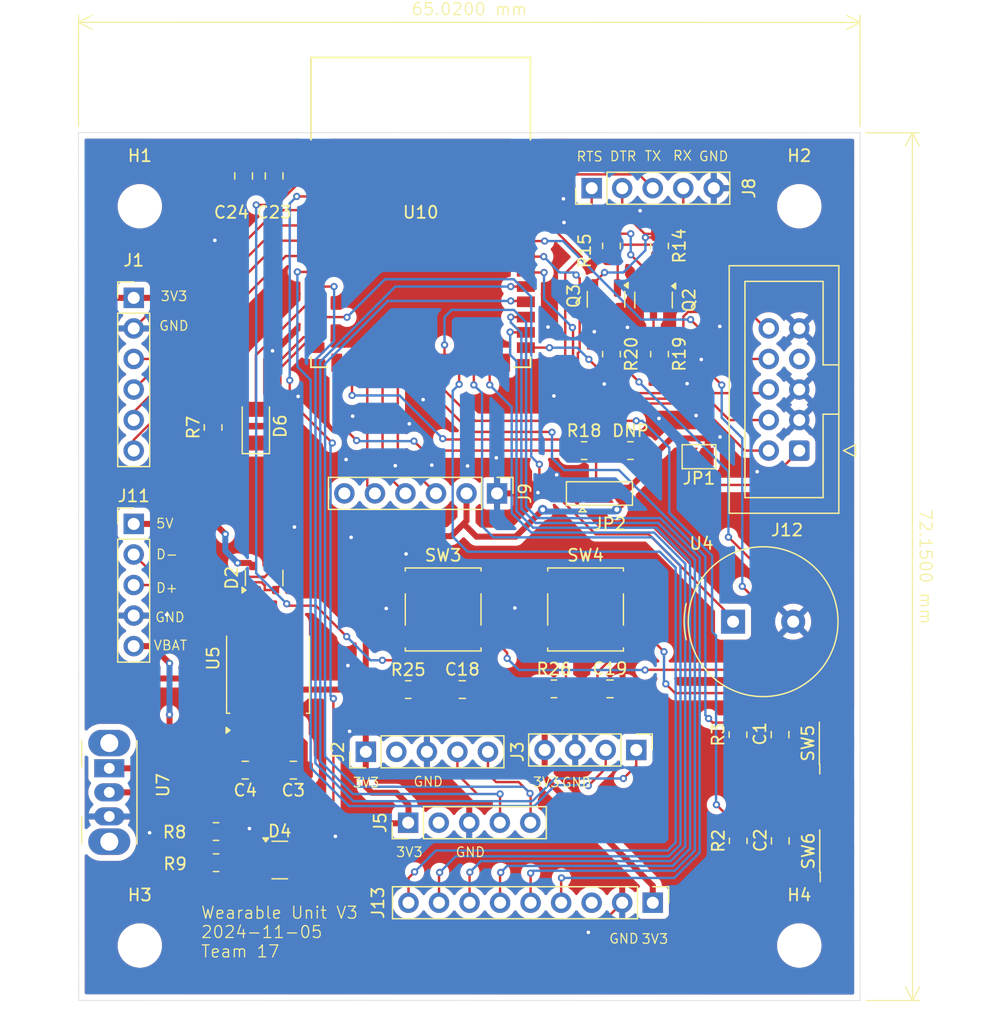
<source format=kicad_pcb>
(kicad_pcb (version 20240108) (generator "pcbnew") (generator_version "8.0")
  (layers (0 "F.Cu" signal) (31 "B.Cu" signal) (34 "B.Paste" user) (35 "F.Paste" user) (36 "B.SilkS" user "B.Silkscreen") (37 "F.SilkS" user "F.Silkscreen") (38 "B.Mask" user) (39 "F.Mask" user) (44 "Edge.Cuts" user))
  (net 0 "")
  (net 1 "/BUTTON_1")
  (net 2 "GND")
  (net 3 "/BUTTON_2")
  (net 4 "/VBAT")
  (net 5 "+3V3")
  (net 6 "/CHIP_PU")
  (net 7 "/GPIO0_STRAPPING")
  (net 8 "/D-")
  (net 9 "+5V")
  (net 10 "/D+")
  (net 11 "/VBAT_SENSE")
  (net 12 "/LED")
  (net 13 "Net-(D6-K)")
  (net 14 "/TX")
  (net 15 "/RTS")
  (net 16 "/RX")
  (net 17 "/DTR")
  (net 18 "/GPIO15")
  (net 19 "/GPIO6")
  (net 20 "/GPIO7")
  (net 21 "/GPIO5")
  (net 22 "/MTCK")
  (net 23 "Net-(J12-VTref)")
  (net 24 "/MTDI")
  (net 26 "/MTMS")
  (net 27 "/MTDO")
  (net 28 "Net-(JP2-C)")
  (net 29 "Net-(Q2-B)")
  (net 30 "Net-(Q2-C)")
  (net 31 "Net-(Q3-B)")
  (net 32 "Net-(Q3-C)")
  (net 33 "/GPIO46_STRAPPING")
  (net 34 "/GPIO3_STRAPPING")
  (net 35 "/BUZZER")
  (net 36 "/HR_LO-")
  (net 37 "/LORA_CS")
  (net 38 "/HR_OUTPUT")
  (net 39 "/LORA_SCK")
  (net 40 "/I_M_2")
  (net 41 "/I_M_1")
  (net 42 "/LORA_G0")
  (net 43 "/LORA_MISO")
  (net 44 "/LORA_RST")
  (net 45 "/HR_L0+")
  (net 46 "/6DOF_SDA")
  (net 47 "/LORA_MOSI")
  (net 48 "/GPIO45_STRAPPING")
  (net 49 "/6DOF_SCL")
  (net 52 "Net-(J11-BAT)")
  (net 53 "Net-(SW6-1*)")
  (net 54 "Net-(SW5-1*)")
  (net 55 "/GPS_TX")
  (net 56 "/GPS_RX")
  (footprint "Package_TO_SOT_SMD:SOT-23" (layer "F.Cu") (at 116.3969 62.1538 -90)
    (property "Reference" "Q2")
    (property "Value" "SS8050-G")
  )
  (footprint "Button_Switch_SMD:SW_SPST_B3S-1000" (layer "F.Cu") (at 110.744 87.884)
    (property "Reference" "SW4")
    (property "Value" "SW_Push")
  )
  (footprint "Resistor_SMD:R_0805_2012Metric_Pad1.20x1.40mm_HandSolder" (layer "F.Cu") (at 116.8969 57.6538 -90)
    (property "Reference" "R14")
    (property "Value" "10k")
  )
  (footprint "Resistor_SMD:R_0805_2012Metric_Pad1.20x1.40mm_HandSolder" (layer "F.Cu") (at 80.0006 108.9406)
    (property "Reference" "R9")
    (property "Value" "10k")
  )
  (footprint "Connector_PinHeader_2.54mm:PinHeader_1x05_P2.54mm_Vertical" (layer "F.Cu") (at 95.9866 105.6132 90)
    (property "Reference" "J5")
    (property "Value" "6DoF_interface_connectors")
  )
  (footprint "Resistor_SMD:R_0805_2012Metric_Pad1.20x1.40mm_HandSolder" (layer "F.Cu") (at 79.9975 106.347)
    (property "Reference" "R8")
    (property "Value" "100k")
  )
  (footprint "MountingHole:MountingHole_3.2mm_M3" (layer "F.Cu") (at 128.524 115.824)
    (property "Reference" "H4")
    (property "Value" "MountingHole")
  )
  (footprint "Resistor_SMD:R_0805_2012Metric_Pad1.20x1.40mm_HandSolder" (layer "F.Cu") (at 95.9895 94.546)
    (property "Reference" "R25")
    (property "Value" "100k")
  )
  (footprint "Button_Switch_THT:SW_Slide_SPDT_Angled_CK_OS102011MA1Q" (layer "F.Cu") (at 71.12 101.092 -90)
    (property "Reference" "U7")
    (property "Value" "ON-OFF switch")
  )
  (footprint "Capacitor_SMD:C_0805_2012Metric_Pad1.18x1.45mm_HandSolder" (layer "F.Cu") (at 112.776 94.488)
    (property "Reference" "C19")
    (property "Value" "1u")
  )
  (footprint "Connector_PinHeader_2.54mm:PinHeader_1x06_P2.54mm_Vertical" (layer "F.Cu") (at 103.378 78.232 -90)
    (property "Reference" "J9")
    (property "Value" "heartrate_interface_connectors")
  )
  (footprint "Connector_PinHeader_2.54mm:PinHeader_1x05_P2.54mm_Vertical" (layer "F.Cu") (at 92.461 99.7204 90)
    (property "Reference" "J2")
    (property "Value" "temp_interface_connectors")
  )
  (footprint "Connector_IDC:IDC-Header_2x05_P2.54mm_Vertical" (layer "F.Cu") (at 128.524 74.676 180)
    (property "Reference" "J12")
    (property "Value" "Conn_ARM_JTAG_SWD_10")
  )
  (footprint "local_footprints:ESP32-S3-WROOM-1_EXP" (layer "F.Cu") (at 97.028 54.864)
    (property "Reference" "U10")
    (property "Value" "ESP32-S3-WROOM-1-N16R2")
  )
  (footprint "Resistor_SMD:R_0805_2012Metric_Pad1.20x1.40mm_HandSolder" (layer "F.Cu") (at 79.756 72.752 90)
    (property "Reference" "R7")
    (property "Value" "220")
  )
  (footprint "Resistor_SMD:R_0805_2012Metric_Pad1.20x1.40mm_HandSolder" (layer "F.Cu") (at 112.8969 57.6538 -90)
    (property "Reference" "R15")
    (property "Value" "10k")
  )
  (footprint "Button_Switch_SMD:SW_SPST_EVQP7A" (layer "F.Cu") (at 131.741 99.0058 90)
    (property "Reference" "SW5")
    (property "Value" "function button")
  )
  (footprint "Capacitor_SMD:C_0805_2012Metric_Pad1.18x1.45mm_HandSolder" (layer "F.Cu") (at 126.944 107.124 -90)
    (property "Reference" "C2")
    (property "Value" "1uF")
  )
  (footprint "Resistor_SMD:R_0805_2012Metric_Pad1.20x1.40mm_HandSolder" (layer "F.Cu") (at 112.8969 66.6538 -90)
    (property "Reference" "R20")
    (property "Value" "10k")
  )
  (footprint "Jumper:SolderJumper-2_P1.3mm_Open_TrianglePad1.0x1.5mm" (layer "F.Cu") (at 120.179 75.184 180)
    (property "Reference" "JP1")
    (property "Value" "SolderJumper_2_Open")
  )
  (footprint "Connector_PinHeader_2.54mm:PinHeader_1x06_P2.54mm_Vertical" (layer "F.Cu") (at 73.152 61.976)
    (property "Reference" "J1")
    (property "Value" "Conn_01x06")
  )
  (footprint "Package_TO_SOT_SMD:TO-252-3_TabPin2" (layer "F.Cu") (at 84.328 93.208 90)
    (property "Reference" "U5")
    (property "Value" "3.3V regulator")
  )
  (footprint "MountingHole:MountingHole_3.2mm_M3" (layer "F.Cu") (at 73.66 115.824)
    (property "Reference" "H3")
    (property "Value" "MountingHole")
  )
  (footprint "Button_Switch_SMD:SW_SPST_EVQP7A" (layer "F.Cu") (at 131.775 107.972 90)
    (property "Reference" "SW6")
    (property "Value" "function button")
  )
  (footprint "Buzzer_Beeper:Buzzer_TDK_PS1240P02BT_D12.2mm_H6.5mm" (layer "F.Cu") (at 123.016 88.9)
    (property "Reference" "U4")
    (property "Value" "PS1440P02BT")
  )
  (footprint "Resistor_SMD:R_0805_2012Metric_Pad1.20x1.40mm_HandSolder" (layer "F.Cu") (at 110.6215 74.676)
    (property "Reference" "R18")
    (property "Value" "1k")
  )
  (footprint "Capacitor_SMD:C_0805_2012Metric_Pad1.18x1.45mm_HandSolder" (layer "F.Cu") (at 82.296 51.8375 90)
    (property "Reference" "C24")
    (property "Value" "100n")
  )
  (footprint "Jumper:SolderJumper-3_P2.0mm_Open_TrianglePad1.0x1.5mm" (layer "F.Cu") (at 111.8965 78.266)
    (property "Reference" "JP2")
    (property "Value" "SolderJumper_3_Open")
  )
  (footprint "Resistor_SMD:R_0805_2012Metric_Pad1.20x1.40mm_HandSolder" (layer "F.Cu") (at 114.4778 74.676)
    (property "Reference" "DNP")
    (property "Value" "1k")
  )
  (footprint "MountingHole:MountingHole_3.2mm_M3" (layer "F.Cu") (at 73.66 54.356)
    (property "Reference" "H1")
    (property "Value" "MountingHole")
  )
  (footprint "LED_SMD:LED_1206_3216Metric" (layer "F.Cu") (at 83.312 72.644 90)
    (property "Reference" "D6")
    (property "Value" "Status LED")
  )
  (footprint "Resistor_SMD:R_0805_2012Metric_Pad1.20x1.40mm_HandSolder" (layer "F.Cu") (at 116.8969 66.6538 -90)
    (property "Reference" "R19")
    (property "Value" "10k")
  )
  (footprint "Connector_PinHeader_2.54mm:PinHeader_1x09_P2.54mm_Vertical" (layer "F.Cu") (at 116.332 112.268 -90)
    (property "Reference" "J13")
    (property "Value" "LoRa_interface_connectors")
  )
  (footprint "Connector_PinHeader_2.54mm:PinHeader_1x05_P2.54mm_Vertical" (layer "F.Cu") (at 73.152 80.772)
    (property "Reference" "J11")
    (property "Value" "charger_interface_connectors")
  )
  (footprint "Resistor_SMD:R_0805_2012Metric_Pad1.20x1.40mm_HandSolder" (layer "F.Cu") (at 108.1135 94.488)
    (property "Reference" "R26")
    (property "Value" "100k")
  )
  (footprint "Resistor_SMD:R_0805_2012Metric_Pad1.20x1.40mm_HandSolder" (layer "F.Cu") (at 123.4238 98.2933 90)
    (property "Reference" "R3")
    (property "Value" "10k")
  )
  (footprint "MountingHole:MountingHole_3.2mm_M3" (layer "F.Cu") (at 128.524 54.356)
    (property "Reference" "H2")
    (property "Value" "MountingHole")
  )
  (footprint "Resistor_SMD:R_0805_2012Metric_Pad1.20x1.40mm_HandSolder" (layer "F.Cu") (at 123.444 107.124 90)
    (property "Reference" "R2")
    (property "Value" "10k")
  )
  (footprint "Connector_PinHeader_2.54mm:PinHeader_1x05_P2.54mm_Vertical" (layer "F.Cu") (at 111.252 52.8574 90)
    (property "Reference" "J8")
    (property "Value" "Conn_01x05_Female")
  )
  (footprint "Button_Switch_SMD:SW_SPST_B3S-1000" (layer "F.Cu") (at 98.896 87.884)
    (property "Reference" "SW3")
    (property "Value" "SW_Push")
  )
  (footprint "Package_TO_SOT_SMD:SOT-23" (layer "F.Cu") (at 112.4469 62.0913 -90)
    (property "Reference" "Q3")
    (property "Value" "SS8050-G")
  )
  (footprint "Capacitor_SMD:C_0805_2012Metric_Pad1.18x1.45mm_HandSolder" (layer "F.Cu") (at 82.43175 101.243 180)
    (property "Reference" "C4")
    (property "Value" "22uF")
  )
  (footprint "Capacitor_SMD:C_0805_2012Metric_Pad1.18x1.45mm_HandSolder" (layer "F.Cu") (at 100.4895 94.546)
    (property "Reference" "C18")
    (property "Value" "1u")
  )
  (footprint "Capacitor_SMD:C_0805_2012Metric_Pad1.18x1.45mm_HandSolder" (layer "F.Cu") (at 84.836 51.8375 90)
    (property "Reference" "C23")
    (property "Value" "10u")
  )
  (footprint "Package_TO_SOT_SMD:SOT-23" (layer "F.Cu") (at 85.3 108.7175)
    (property "Reference" "D4")
    (property "Value" "BAT54S")
  )
  (footprint "Package_TO_SOT_SMD:SOT-143" (layer "F.Cu") (at 84.003 85.273 90)
    (property "Reference" "D2")
    (property "Value" "SP0503BAHT")
  )
  (footprint "Capacitor_SMD:C_0805_2012Metric_Pad1.18x1.45mm_HandSolder" (layer "F.Cu") (at 126.9238 98.2933 -90)
    (property "Reference" "C1")
    (property "Value" "1uF")
  )
  (footprint "Connector_PinHeader_2.54mm:PinHeader_1x04_P2.54mm_Vertical" (layer "F.Cu") (at 114.9604 99.568 -90)
    (property "Reference" "J3")
    (property "Value" "gps_interface_connectors")
  )
  (footprint "Capacitor_SMD:C_0805_2012Metric_Pad1.18x1.45mm_HandSolder" (layer "F.Cu") (at 86.43175 101.243 180)
    (property "Reference" "C3")
    (property "Value" "10uF")
  )
  (gr_line (start 74.168 61.976) (end 73.152 62.484) (stroke (width 0.2)) (layer "F.Cu") (net 5))
  (gr_line (start 133.58 48.25) (end 133.59 120.4) (stroke (width 0.05)) (layer "Edge.Cuts"))
  (gr_line (start 68.58 120.38) (end 68.56 48.24) (stroke (width 0.05)) (layer "Edge.Cuts"))
  (gr_line (start 133.59 120.4) (end 68.58 120.38) (stroke (width 0.05)) (layer "Edge.Cuts"))
  (gr_line (start 68.56 48.24) (end 133.58 48.25) (stroke (width 0.05)) (layer "Edge.Cuts"))
  (gr_text "3V3" (at 115.3414 115.7478 0) (layer "F.SilkS") (effects (font (size 0.8 0.8) (thickness 0.1)) (justify left bottom)))
  (gr_text "GND\n" (at 99.8728 108.5342 0) (layer "F.SilkS") (effects (font (size 0.8 0.8) (thickness 0.1)) (justify left bottom)))
  (gr_text "GND\n" (at 75.2094 64.77 0) (layer "F.SilkS") (effects (font (size 0.8 0.8) (thickness 0.1)) (justify left bottom)))
  (gr_text "RTS" (at 109.9312 50.6984 0) (layer "F.SilkS") (effects (font (size 0.8 0.8) (thickness 0.1)) (justify left bottom)))
  (gr_text "RX" (at 117.9576 50.6222 0) (layer "F.SilkS") (effects (font (size 0.8 0.8) (thickness 0.1)) (justify left bottom)))
  (gr_text "Wearable Unit V3\n2024-11-05\nTeam 17" (at 78.69 116.9 0) (layer "F.SilkS") (effects (font (size 1 1) (thickness 0.1)) (justify left bottom)))
  (gr_text "DTR\n" (at 112.6998 50.673 0) (layer "F.SilkS") (effects (font (size 0.8 0.8) (thickness 0.1)) (justify left bottom)))
  (gr_text "TX" (at 115.5954 50.6476 0) (layer "F.SilkS") (effects (font (size 0.8 0.8) (thickness 0.1)) (justify left bottom)))
  (gr_text "3V3" (at 94.9198 108.5342 0) (layer "F.SilkS") (effects (font (size 0.8 0.8) (thickness 0.1)) (justify left bottom)))
  (gr_text "GND\n" (at 120.1166 50.673 0) (layer "F.SilkS") (effects (font (size 0.8 0.8) (thickness 0.1)) (justify left bottom)))
  (gr_text "GND\n" (at 112.649 115.7224 0) (layer "F.SilkS") (effects (font (size 0.8 0.8) (thickness 0.1)) (justify left bottom)))
  (gr_text "D+" (at 74.9554 86.5632 0) (layer "F.SilkS") (effects (font (size 0.8 0.8) (thickness 0.1)) (justify left bottom)))
  (gr_text "GND\n" (at 108.712 102.743 0) (layer "F.SilkS") (effects (font (size 0.8 0.8) (thickness 0.1)) (justify left bottom)))
  (gr_text "VBAT" (at 74.7522 91.3384 0) (layer "F.SilkS") (effects (font (size 0.8 0.8) (thickness 0.1)) (justify left bottom)))
  (gr_text "GND\n" (at 96.3676 102.6668 0) (layer "F.SilkS") (effects (font (size 0.8 0.8) (thickness 0.1)) (justify left bottom)))
  (gr_text "D-\n" (at 74.9554 83.7692 0) (layer "F.SilkS") (effects (font (size 0.8 0.8) (thickness 0.1)) (justify left bottom)))
  (gr_text "3V3" (at 106.299 102.7176 0) (layer "F.SilkS") (effects (font (size 0.8 0.8) (thickness 0.1)) (justify left bottom)))
  (gr_text "5V" (at 74.9554 81.2038 0) (layer "F.SilkS") (effects (font (size 0.8 0.8) (thickness 0.1)) (justify left bottom)))
  (gr_text "3V3" (at 91.313 102.743 0) (layer "F.SilkS") (effects (font (size 0.8 0.8) (thickness 0.1)) (justify left bottom)))
  (gr_text "3V3" (at 75.3364 62.3062 0) (layer "F.SilkS") (effects (font (size 0.8 0.8) (thickness 0.1)) (justify left bottom)))
  (gr_text "GND\n" (at 74.8792 89.0016 0) (layer "F.SilkS") (effects (font (size 0.8 0.8) (thickness 0.1)) (justify left bottom)))
  (dimension (type aligned) (layer "F.SilkS") (pts (xy 68.56 48.24) (xy 133.58 48.25)) (height -9.175274) (gr_text "65.0200 mm" (at 101.07158 37.969726 359.991188) (layer "F.SilkS") (effects (font (size 1 1) (thickness 0.1)))) (format (prefix "") (suffix "") (units 3) (units_format 1) (precision 4)) (style (thickness 0.1) (arrow_length 1.27) (text_position_mode 0) (extension_height 0.58642) (extension_offset 0.5) keep_text_aligned))
  (dimension (type aligned) (layer "F.SilkS") (pts (xy 133.58 48.25) (xy 133.59 120.4)) (height -4.351751) (gr_text "72.1500 mm" (at 139.036751 84.324245 270.0079412) (layer "F.SilkS") (effects (font (size 1 1) (thickness 0.1)))) (format (prefix "") (suffix "") (units 3) (units_format 1) (precision 4)) (style (thickness 0.1) (arrow_length 1.27) (text_position_mode 0) (extension_height 0.58642) (extension_offset 0.5) keep_text_aligned))
  (segment (start 120.9802 96.9518) (end 121.3217 97.2933) (width 0.2) (layer "F.Cu") (net 1))
  (segment (start 121.3217 97.2933) (end 123.4238 97.2933) (width 0.2) (layer "F.Cu") (net 1))
  (segment (start 107.95 73.15) (end 107.92 73.12) (width 0.2) (layer "F.Cu") (net 1))
  (segment (start 96.393 68.3133) (end 96.393 67.364) (width 0.2) (layer "F.Cu") (net 1))
  (segment (start 101.1997 73.12) (end 96.393 68.3133) (width 0.2) (layer "F.Cu") (net 1))
  (segment (start 107.92 73.12) (end 101.1997 73.12) (width 0.2) (layer "F.Cu") (net 1))
  (segment (start 123.4238 97.2933) (end 126.8863 97.2933) (width 0.2) (layer "F.Cu") (net 1))
  (segment (start 126.8863 97.2933) (end 126.9238 97.2558) (width 0.2) (layer "F.Cu") (net 1))
  (via (at 120.9802 96.9518) (size 0.6) (drill 0.3) (layers "F.Cu" "B.Cu") (net 1))
  (via (at 107.95 73.15) (size 0.6) (drill 0.3) (layers "F.Cu" "B.Cu") (net 1))
  (segment (start 113.516918 76.29) (end 108.95 76.29) (width 0.2) (layer "B.Cu") (net 1))
  (segment (start 120.71 96.6816) (end 120.71 83.483082) (width 0.2) (layer "B.Cu") (net 1))
  (segment (start 107.95 75.29) (end 107.95 73.15) (width 0.2) (layer "B.Cu") (net 1))
  (segment (start 120.71 83.483082) (end 113.516918 76.29) (width 0.2) (layer "B.Cu") (net 1))
  (segment (start 108.95 76.29) (end 107.95 75.29) (width 0.2) (layer "B.Cu") (net 1))
  (segment (start 120.9802 96.9518) (end 120.71 96.6816) (width 0.2) (layer "B.Cu") (net 1))
  (segment (start 71.12 105.092) (end 73.1134 105.092) (width 0.5) (layer "F.Cu") (net 2))
  (segment (start 103.378 80.252) (end 103.35 80.28) (width 0.2) (layer "F.Cu") (net 2))
  (segment (start 101.092 105.664) (end 101.092 107.242) (width 0.2) (layer "F.Cu") (net 2))
  (segment (start 84.836 49.556) (end 84.82 49.54) (width 0.2) (layer "F.Cu") (net 2))
  (segment (start 73.152 64.516) (end 74.308 63.36) (width 0.2) (layer "F.Cu") (net 2))
  (segment (start 103.378 78.232) (end 103.378 76.138) (width 0.2) (layer "F.Cu") (net 2))
  (segment (start 103.378 76.138) (end 103.37 76.13) (width 0.2) (layer "F.Cu") (net 2))
  (segment (start 111.3282 114.7318) (end 110.9726 114.7318) (width 0.2) (layer "F.Cu") (net 2))
  (segment (start 82.296 49.524) (end 82.3 49.52) (width 0.2) (layer "F.Cu") (net 2))
  (segment (start 82.296 50.8) (end 82.296 49.524) (width 0.2) (layer "F.Cu") (net 2))
  (segment (start 84.836 50.8) (end 84.836 49.556) (width 0.2) (layer "F.Cu") (net 2))
  (segment (start 103.378 78.232) (end 103.378 80.252) (width 0.2) (layer "F.Cu") (net 2))
  (segment (start 109.7788 99.568) (end 109.7788 100.365729) (width 0.2) (layer "F.Cu") (net 2))
  (segment (start 101.092 107.242) (end 101.1 107.25) (width 0.2) (layer "F.Cu") (net 2))
  (segment (start 83.253 86.273) (end 82.046 87.48) (width 0.2) (layer "F.Cu") (net 2))
  (segment (start 73.1134 105.092) (end 74.4728 106.4514) (width 0.5) (layer "F.Cu") (net 2))
  (segment (start 74.308 63.36) (end 75.34 63.36) (width 0.2) (layer "F.Cu") (net 2))
  (segment (start 73.152 88.392) (end 75.819 88.392) (width 0.5) (layer "F.Cu") (net 2))
  (segment (start 75.819 88.392) (end 75.8952 88.3158) (width 0.5) (layer "F.Cu") (net 2))
  (segment (start 82.046 87.48) (end 82.02 87.48) (width 0.2) (layer "F.Cu") (net 2))
  (segment (start 113.792 112.268) (end 111.3282 114.7318) (width 0.2) (layer "F.Cu") (net 2))
  (via (at 97.95 75.88) (size 0.6) (drill 0.3) (layers "F.Cu" "B.Cu") (net 2))
  (via (at 79.9 57.19) (size 0.6) (drill 0.3) (layers "F.Cu" "B.Cu") (net 2))
  (via (at 90.82 75.42) (size 0.6) (drill 0.3) (layers "F.Cu" "B.Cu") (net 2))
  (via (at 75.8952 88.3158) (size 0.6) (drill 0.3) (layers "F.Cu" "B.Cu") (net 2))
  (via (at 82.78 106.1) (size 0.6) (drill 0.3) (layers "F.Cu" "B.Cu") (net 2))
  (via (at 108.34 76.69) (size 0.6) (drill 0.3) (layers "F.Cu" "B.Cu") (net 2))
  (via (at 121.93 73.54) (size 0.6) (drill 0.3) (layers "F.Cu" "B.Cu") (net 2))
  (via (at 91.24 81.89) (size 0.6) (drill 0.3) (layers "F.Cu" "B.Cu") (net 2))
  (via (at 120.37 67.1) (size 0.6) (drill 0.3) (layers "F.Cu" "B.Cu") (net 2))
  (via (at 108.95 55.71) (size 0.6) (drill 0.3) (layers "F.Cu" "B.Cu") (net 2))
  (via (at 108.11 70.13) (size 0.6) (drill 0.3) (layers "F.Cu" "B.Cu") (net 2))
  (via (at 90.97 92.55) (size 0.6) (drill 0.3) (layers "F.Cu" "B.Cu") (net 2))
  (via (at 91.11 98.02) (size 0.6) (drill 0.3) (layers "F.Cu" "B.Cu") (net 2))
  (via (at 84.7 66.38) (size 0.6) (drill 0.3) (layers "F.Cu" "B.Cu") (net 2))
  (via (at 94.91 75.93) (size 0.6) (drill 0.3) (layers "F.Cu" "B.Cu") (net 2))
  (via (at 103.32 75.276) (size 0.6) (drill 0.3) (layers "F.Cu" "B.Cu") (net 2))
  (via (at 112.3 69.14) (size 0.6) (drill 0.3) (layers "F.Cu" "B.Cu") (net 2))
  (via (at 95.81 83.27) (size 0.6) (drill 0.3) (layers "F.Cu" "B.Cu") (net 2))
  (via (at 97.23 70.44) (size 0.6) (drill 0.3) (layers "F.Cu" "B.Cu") (net 2))
  (via (at 94.16 87.8) (size 0.6) (drill 0.3) (layers "F.Cu" "B.Cu") (net 2))
  (via (at 125.02 76.43) (size 0.6) (drill 0.3) (layers "F.Cu" "B.Cu") (net 2))
  (via (at 119.19 69.11) (size 0.6) (drill 0.3) (layers "F.Cu" "B.Cu") (net 2))
  (via (at 116.85 72) (size 0.6) (drill 0.3) (layers "F.Cu" "B.Cu") (net 2))
  (via (at 86.52 81.03) (size 0.6) (drill 0.3) (layers "F.Cu" "B.Cu") (net 2))
  (via (at 115.28 54.73) (size 0.6) (drill 0.3) (layers "F.Cu" "B.Cu") (net 2))
  (via (at 110.9726 114.7318) (size 0.6) (drill 0.3) (layers "F.Cu" "B.Cu") (net 2))
  (via (at 89.93 106.75) (size 0.6) (drill 0.3) (layers "F.Cu" "B.Cu") (net 2))
  (via (at 106.78 78.17) (size 0.6) (drill 0.3) (layers "F.Cu" "B.Cu") (net 2))
  (via (at 91.37 71.81) (size 0.6) (drill 0.3) (layers "F.Cu" "B.Cu") (net 2))
  (via (at 114.23 64.43) (size 0.6) (drill 0.3) (layers "F.Cu" "B.Cu") (net 2))
  (via (at 74.4728 106.4514) (size 0.6) (drill 0.3) (layers "F.Cu" "B.Cu") (net 2))
  (via (at 111.47 64.79) (size 0.6) (drill 0.3) (layers "F.Cu" "B.Cu") (net 2))
  (via (at 107.62 64.4) (size 0.6) (drill 0.3) (layers "F.Cu" "B.Cu") (net 2))
  (via (at 100.93 75.95) (size 0.6) (drill 0.3) (layers "F.Cu" "B.Cu") (net 2))
  (via (at 86.83 70.17) (size 0.6) (drill 0.3) (layers "F.Cu" "B.Cu") (net 2))
  (via (at 119.94 71.76) (size 0.6) (drill 0.3) (layers "F.Cu" "B.Cu") (net 2))
  (via (at 108.9 53.74) (size 0.6) (drill 0.3) (layers "F.Cu" "B.Cu") (net 2))
  (via (at 121.91 64.35) (size 0.6) (drill 0.3) (layers "F.Cu" "B.Cu") (net 2))
  (via (at 104.86 87.76) (size 0.6) (drill 0.3) (layers "F.Cu" "B.Cu") (net 2))
  (via (at 96.08 72.45) (size 0.6) (drill 0.3) (layers "F.Cu" "B.Cu") (net 2))
  (segment (start 123.444 106.124) (end 126.9065 106.124) (width 0.2) (layer "F.Cu") (net 3))
  (segment (start 126.9065 106.124) (end 126.944 106.0865) (width 0.2) (layer "F.Cu") (net 3))
  (segment (start 97.663 68.3133) (end 101.5497 72.2) (width 0.2) (layer "F.Cu") (net 3))
  (segment (start 97.663 67.364) (end 97.663 68.3133) (width 0.2) (layer "F.Cu") (net 3))
  (segment (start 101.5497 72.2) (end 114.96 72.2) (width 0.2) (layer "F.Cu") (net 3))
  (segment (start 123.444 105.934) (end 123.444 106.124) (width 0.2) (layer "F.Cu") (net 3))
  (segment (start 121.63 104.12) (end 123.444 105.934) (width 0.2) (layer "F.Cu") (net 3))
  (via (at 114.96 72.2) (size 0.6) (drill 0.3) (layers "F.Cu" "B.Cu") (net 3))
  (via (at 121.63 104.12) (size 0.6) (drill 0.3) (layers "F.Cu" "B.Cu") (net 3))
  (segment (start 121.6 90.06) (end 121.6 103.5) (width 0.2) (layer "B.Cu") (net 3))
  (segment (start 117.71 74.44) (end 117.71 79.85) (width 0.2) (layer "B.Cu") (net 3))
  (segment (start 117.71 79.85) (end 121.27 83.41) (width 0.2) (layer "B.Cu") (net 3))
  (segment (start 121.27 83.41) (end 121.27 89.73) (width 0.2) (layer "B.Cu") (net 3))
  (segment (start 121.27 89.73) (end 121.6 90.06) (width 0.2) (layer "B.Cu") (net 3))
  (segment (start 114.96 72.2) (end 115.47 72.2) (width 0.2) (layer "B.Cu") (net 3))
  (segment (start 121.6 104.09) (end 121.63 104.12) (width 0.2) (layer "B.Cu") (net 3))
  (segment (start 121.6 103.5) (end 121.6 104.09) (width 0.2) (layer "B.Cu") (net 3))
  (segment (start 115.47 72.2) (end 117.71 74.44) (width 0.2) (layer "B.Cu") (net 3))
  (segment (start 79.248 104.648) (end 78.9975 104.8985) (width 0.5) (layer "F.Cu") (net 4))
  (segment (start 86.36 104.648) (end 79.248 104.648) (width 0.5) (layer "F.Cu") (net 4))
  (segment (start 87.376 99.016) (end 87.376 101.14975) (width 0.5) (layer "F.Cu") (net 4))
  (segment (start 87.46925 103.53875) (end 86.36 104.648) (width 0.5) (layer "F.Cu") (net 4))
  (segment (start 86.608 98.248) (end 87.376 99.016) (width 0.5) (layer "F.Cu") (net 4))
  (segment (start 87.46925 101.243) (end 87.46925 103.53875) (width 0.5) (layer "F.Cu") (net 4))
  (segment (start 78.9975 104.5245) (end 78.9975 106.347) (width 0.5) (layer "F.Cu") (net 4))
  (segment (start 71.12 103.092) (end 77.565 103.092) (width 0.5) (layer "F.Cu") (net 4))
  (segment (start 87.376 101.14975) (end 87.46925 101.243) (width 0.5) (layer "F.Cu") (net 4))
  (segment (start 77.565 103.092) (end 78.9975 104.5245) (width 0.5) (layer "F.Cu") (net 4))
  (segment (start 78.9975 104.8985) (end 78.9975 106.347) (width 0.5) (layer "F.Cu") (net 4))
  (segment (start 96.012 96.52) (end 106.172 96.52) (width 0.5) (layer "F.Cu") (net 5))
  (segment (start 94.996 103.124) (end 96.012 104.14) (width 0.5) (layer "F.Cu") (net 5))
  (segment (start 84.3625 109.6675) (end 84.425 109.73) (width 0.5) (layer "F.Cu") (net 5))
  (segment (start 115.4778 74.676) (end 115.4778 76.6847) (width 0.5) (layer "F.Cu") (net 5))
  (segment (start 107.176918 79.5894) (end 104.936318 81.83) (width 0.5) (layer "F.Cu") (net 5))
  (segment (start 104.936318 81.83) (end 101.67 81.83) (width 0.5) (layer "F.Cu") (net 5))
  (segment (start 99.568 81.788) (end 100.598 80.758) (width 0.5) (layer "F.Cu") (net 5))
  (segment (start 86.837 50.874) (end 84.836 52.875) (width 0.5) (layer "F.Cu") (net 5))
  (segment (start 107.3404 95.6564) (end 107.3404 99.568) (width 0.5) (layer "F.Cu") (net 5))
  (segment (start 78.232 59.3598) (end 78.232 54.864) (width 0.5) (layer "F.Cu") (net 5))
  (segment (start 92.456 102.616) (end 92.964 103.124) (width 0.5) (layer "F.Cu") (net 5))
  (segment (start 107.1135 95.5785) (end 107.1135 94.488) (width 0.5) (layer "F.Cu") (net 5))
  (segment (start 84.328 98.248) (end 84.328 95.148) (width 0.5) (layer "F.Cu") (net 5))
  (segment (start 94.9895 95.4975) (end 96.012 96.52) (width 0.5) (layer "F.Cu") (net 5))
  (segment (start 107.1135 95.4295) (end 107.3404 95.6564) (width 0.5) (layer "F.Cu") (net 5))
  (segment (start 96.012 104.14) (end 96.012 105.664) (width 0.5) (layer "F.Cu") (net 5))
  (segment (start 84.328 98.248) (end 84.328 99.568) (width 0.5) (layer "F.Cu") (net 5))
  (segment (start 106.172 96.52) (end 107.1135 95.5785) (width 0.5) (layer "F.Cu") (net 5))
  (segment (start 116.84 74.676) (end 117.856 73.66) (width 0.5) (layer "F.Cu") (net 5))
  (segment (start 92.964 103.124) (end 94.996 103.124) (width 0.5) (layer "F.Cu") (net 5))
  (segment (start 101.67 81.83) (end 100.598 80.758) (width 0.5) (layer "F.Cu") (net 5))
  (segment (start 117.856 73.66) (end 120.904 73.66) (width 0.5) (layer "F.Cu") (net 5))
  (segment (start 88.7202 109.73) (end 92.7862 105.664) (width 0.5) (layer "F.Cu") (net 5))
  (segment (start 94.9895 94.546) (end 94.9895 95.4975) (width 0.5) (layer "F.Cu") (net 5))
  (segment (start 94.9895 94.546) (end 92.456 94.546) (width 0.5) (layer "F.Cu") (net 5))
  (segment (start 73.152 61.976) (end 71.628 61.976) (width 0.5) (layer "F.Cu") (net 5))
  (segment (start 107.3404 99.568) (end 107.3404 101.854) (width 0.5) (layer "F.Cu") (net 5))
  (segment (start 84.425 109.73) (end 88.7202 109.73) (width 0.5) (layer "F.Cu") (net 5))
  (segment (start 70.612 62.992) (end 70.612 92.456) (width 0.5) (layer "F.Cu") (net 5))
  (segment (start 84.836 52.875) (end 82.296 52.875) (width 0.5) (layer "F.Cu") (net 5))
  (segment (start 100.598 80.758) (end 100.838 80.518) (width 0.5) (layer "F.Cu") (net 5))
  (segment (start 88.278 50.874) (end 86.837 50.874) (width 0.5) (layer "F.Cu") (net 5))
  (segment (start 78.232 54.864) (end 80.221 52.875) (width 0.5) (layer "F.Cu") (net 5))
  (segment (start 73.152 61.976) (end 75.6158 61.976) (width 0.5) (layer "F.Cu") (net 5))
  (segment (start 83.46925 100.42675) (end 83.46925 101.243) (width 0.5) (layer "F.Cu") (net 5))
  (segment (start 80.221 52.875) (end 82.296 52.875) (width 0.5) (layer "F.Cu") (net 5))
  (segment (start 107.3404 101.854) (end 116.332 110.8456) (width 0.5) (layer "F.Cu") (net 5))
  (segment (start 93.98 81.788) (end 99.568 81.788) (width 0.5) (layer "F.Cu") (net 5))
  (segment (start 100.838 80.518) (end 100.838 78.232) (width 0.5) (layer "F.Cu") (net 5))
  (segment (start 113.8965 78.266) (end 113.8965 79.015259) (width 0.5) (layer "F.Cu") (net 5))
  (segment (start 84.328 99.568) (end 83.46925 100.42675) (width 0.5) (layer "F.Cu") (net 5))
  (segment (start 92.456 94.546) (end 86.776 94.546) (width 0.5) (layer "F.Cu") (net 5))
  (segment (start 120.904 73.66) (end 120.904 75.184) (width 0.5) (layer "F.Cu") (net 5))
  (segment (start 84.328 95.148) (end 85.853 93.623) (width 0.5) (layer "F.Cu") (net 5))
  (segment (start 77.13 93.623) (end 82.803 93.623) (width 0.5) (layer "F.Cu") (net 5))
  (segment (start 92.456 94.546) (end 92.456 102.616) (width 0.5) (layer "F.Cu") (net 5))
  (segment (start 107.1135 94.488) (end 107.1135 95.4295) (width 0.5) (layer "F.Cu") (net 5))
  (segment (start 71.628 61.976) (end 70.612 62.992) (width 0.5) (layer "F.Cu") (net 5))
  (segment (start 115.4778 76.6847) (end 113.8965 78.266) (width 0.5) (layer "F.Cu") (net 5))
  (segment (start 70.612 92.456) (end 71.779 93.623) (width 0.5) (layer "F.Cu") (net 5))
  (segment (start 115.284 74.676) (end 116.84 74.676) (width 0.5) (layer "F.Cu") (net 5))
  (segment (start 71.779 93.623) (end 77.13 93.623) (width 0.5) (layer "F.Cu") (net 5))
  (segment (start 92.456 83.312) (end 93.98 81.788) (width 0.5) (layer "F.Cu") (net 5))
  (segment (start 92.7862 105.664) (end 96.012 105.664) (width 0.5) (layer "F.Cu") (net 5))
  (segment (start 92.456 94.546) (end 92.456 83.312) (width 0.5) (layer "F.Cu") (net 5))
  (segment (start 86.776 94.546) (end 85.853 93.623) (width 0.5) (layer "F.Cu") (net 5))
  (segment (start 116.332 110.8456) (end 116.332 112.268) (width 0.5) (layer "F.Cu") (net 5))
  (segment (start 75.6158 61.976) (end 78.232 59.3598) (width 0.5) (layer "F.Cu") (net 5))
  (segment (start 113.8965 79.015259) (end 113.343595 79.568164) (width 0.5) (layer "F.Cu") (net 5))
  (via (at 107.176918 79.5894) (size 0.8) (drill 0.4) (layers "F.Cu" "B.Cu") (net 5))
  (via (at 113.343595 79.568164) (size 0.8) (drill 0.4) (layers "F.Cu" "B.Cu") (net 5))
  (segment (start 113.172359 79.7394) (end 107.17 79.7394) (width 0.5) (layer "B.Cu") (net 5))
  (segment (start 107.17 79.596318) (end 107.176918 79.5894) (width 0.5) (layer "B.Cu") (net 5))
  (segment (start 113.343595 79.568164) (end 113.172359 79.7394) (width 0.5) (layer "B.Cu") (net 5))
  (segment (start 107.17 79.7394) (end 107.17 79.596318) (width 0.5) (layer "B.Cu") (net 5))
  (segment (start 116.8969 67.6538) (end 117.6891 68.446) (width 0.2) (layer "F.Cu") (net 6))
  (segment (start 99.452 92.8768) (end 100.3046 92.0242) (width 0.2) (layer "F.Cu") (net 6))
  (segment (start 96.9895 94.546) (end 96.9895 94.3733) (width 0.2) (layer "F.Cu") (net 6))
  (segment (start 119.268071 63.1444) (end 124.3584 63.1444) (width 0.2) (layer "F.Cu") (net 6))
  (segment (start 96.9895 94.3733) (end 94.921 92.3048) (width 0.2) (layer "F.Cu") (net 6))
  (segment (start 85.058244 54.25) (end 83.34 54.25) (width 0.2) (layer "F.Cu") (net 6))
  (segment (start 125.73 90.71) (end 123.54 92.9) (width 0.2) (layer "F.Cu") (net 6))
  (segment (start 124.3584 63.1444) (end 125.73 64.516) (width 0.2) (layer "F.Cu") (net 6))
  (segment (start 115.71 92.9) (end 115.69 92.92) (width 0.2) (layer "F.Cu") (net 6))
  (segment (start 87.164244 52.144) (end 85.058244 54.25) (width 0.2) (layer "F.Cu") (net 6))
  (segment (start 121.296 68.446) (end 122.07 69.22) (width 0.2) (layer "F.Cu") (net 6))
  (segment (start 99.452 94.546) (end 99.452 92.8768) (width 0.2) (layer "F.Cu") (net 6))
  (segment (start 94.921 92.11) (end 94.921 90.134) (width 0.2) (layer "F.Cu") (net 6))
  (segment (start 118.8816 63.530871) (end 119.268071 63.1444) (width 0.2) (layer "F.Cu") (net 6))
  (segment (start 123.78 85.96) (end 125.73 87.91) (width 0.2) (layer "F.Cu") (net 6))
  (segment (start 116.8969 67.6538) (end 118.8816 65.6691) (width 0.2) (layer "F.Cu") (net 6))
  (segment (start 85.88 87.41) (end 86.04 87.57) (width 0.2) (layer "F.Cu") (net 6))
  (segment (start 125.73 87.91) (end 125.73 90.71) (width 0.2) (layer "F.Cu") (net 6))
  (segment (start 118.8816 65.6691) (end 118.8816 63.530871) (width 0.2) (layer "F.Cu") (net 6))
  (segment (start 100.9808 92.0242) (end 102.871 90.134) (width 0.2) (layer "F.Cu") (net 6))
  (segment (start 94.921 92.3048) (end 94.921 92.11) (width 0.2) (layer "F.Cu") (net 6))
  (segment (start 88.278 52.144) (end 87.164244 52.144) (width 0.2) (layer "F.Cu") (net 6))
  (segment (start 123.54 92.9) (end 115.71 92.9) (width 0.2) (layer "F.Cu") (net 6))
  (segment (start 93.84 92.11) (end 94.921 92.11) (width 0.2) (layer "F.Cu") (net 6))
  (segment (start 96.9895 94.546) (end 99.452 94.546) (width 0.2) (layer "F.Cu") (net 6))
  (segment (start 125.73 64.516) (end 125.984 64.516) (width 0.2) (layer "F.Cu") (net 6))
  (segment (start 117.6891 68.446) (end 121.296 68.446) (width 0.2) (layer "F.Cu") (net 6))
  (segment (start 86.04 87.57) (end 88.3 87.57) (width 0.2) (layer "F.Cu") (net 6))
  (segment (start 104.22 91.483) (end 102.871 90.134) (width 0.2) (layer "F.Cu") (net 6))
  (segment (start 88.3 87.57) (end 90.87 90.14) (width 0.2) (layer "F.Cu") (net 6))
  (segment (start 100.3046 92.0242) (end 100.9808 92.0242) (width 0.2) (layer "F.Cu") (net 6))
  (segment (start 104.22 91.95) (end 104.22 91.483) (width 0.2) (layer "F.Cu") (net 6))
  (via (at 104.22 91.95) (size 0.6) (drill 0.3) (layers "F.Cu" "B.Cu") (net 6))
  (via (at 123.78 85.96) (size 0.6) (drill 0.3) (layers "F.Cu" "B.Cu") (net 6))
  (via (at 83.34 54.25) (size 0.6) (drill 0.3) (layers "F.Cu" "B.Cu") (net 6))
  (via (at 115.69 92.92) (size 0.6) (drill 0.3) (layers "F.Cu" "B.Cu") (net 6))
  (via (at 93.84 92.11) (size 0.6) (drill 0.3) (layers "F.Cu" "B.Cu") (net 6))
  (via (at 122.07 69.22) (size 0.6) (drill 0.3) (layers "F.Cu" "B.Cu") (net 6))
  (via (at 85.88 87.41) (size 0.6) (drill 0.3) (layers "F.Cu" "B.Cu") (net 6))
  (via (at 90.87 90.14) (size 0.6) (drill 0.3) (layers "F.Cu" "B.Cu") (net 6))
  (segment (start 122.07 71.93) (end 123.78 73.64) (width 0.2) (layer "B.Cu") (net 6))
  (segment (start 90.87 90.14) (end 92.84 92.11) (width 0.2) (layer "B.Cu") (net 6))
  (segment (start 83.34 54.25) (end 83.34 84.87) (width 0.2) (layer "B.Cu") (net 6))
  (segment (start 92.84 92.11) (end 93.84 92.11) (width 0.2) (layer "B.Cu") (net 6))
  (segment (start 105.19 92.92) (end 104.22 91.95) (width 0.2) (layer "B.Cu") (net 6))
  (segment (start 83.34 84.87) (end 85.88 87.41) (width 0.2) (layer "B.Cu") (net 6))
  (segment (start 122.07 69.22) (end 122.07 71.93) (width 0.2) (layer "B.Cu") (net 6))
  (segment (start 123.78 73.64) (end 123.78 85.96) (width 0.2) (layer "B.Cu") (net 6))
  (segment (start 115.69 92.92) (end 105.19 92.92) (width 0.2) (layer "B.Cu") (net 6))
  (segment (start 116.004 90.134) (end 114.719 90.134) (width 0.2) (layer "F.Cu") (net 7))
  (segment (start 112.8969 67.6538) (end 113.8738 67.6538) (width 0.2) (layer "F.Cu") (net 7))
  (segment (start 129.49 85.48) (end 131.56 87.55) (width 0.2) (layer "F.Cu") (net 7))
  (segment (start 109.1135 94.488) (end 109.1135 92.4785) (width 0.2) (layer "F.Cu") (net 7))
  (segment (start 109.1135 92.4785) (end 106.769 90.134) (width 0.2) (layer "F.Cu") (net 7))
  (segment (start 131.56 87.88) (end 131.56 88.71) (width 0.2) (layer "F.Cu") (net 7))
  (segment (start 126.24 85.48) (end 129.49 85.48) (width 0.2) (layer "F.Cu") (net 7))
  (segment (start 111.7385 93.1145) (end 114.719 90.134) (width 0.2) (layer "F.Cu") (net 7))
  (segment (start 122.63 81.87) (end 126.24 85.48) (width 0.2) (layer "F.Cu") (net 7))
  (segment (start 109.1135 94.488) (end 111.7385 94.488) (width 0.2) (layer "F.Cu") (net 7))
  (segment (start 111.02 67.09) (end 111.5838 67.6538) (width 0.2) (layer "F.Cu") (net 7))
  (segment (start 105.778 66.114) (end 107.734 66.114) (width 0.2) (layer "F.Cu") (net 7))
  (segment (start 107.734 66.114) (end 107.74 66.12) (width 0.2) (layer "F.Cu") (net 7))
  (segment (start 131.56 88.71) (end 125.43 94.84) (width 0.2) (layer "F.Cu") (net 7))
  (segment (start 111.7385 94.488) (end 111.7385 93.1145) (width 0.2) (layer "F.Cu") (net 7))
  (segment (start 111.5838 67.6538) (end 112.8969 67.6538) (width 0.2) (layer "F.Cu") (net 7))
  (segment (start 113.8738 67.6538) (end 115.19 68.97) (width 0.2) (layer "F.Cu") (net 7))
  (segment (start 117.27 91.4) (end 116.004 90.134) (width 0.2) (layer "F.Cu") (net 7))
  (segment (start 125.43 94.84) (end 118.19 94.84) (width 0.2) (layer "F.Cu") (net 7))
  (segment (start 118.19 94.84) (end 117.42 94.07) (width 0.2) (layer "F.Cu") (net 7))
  (segment (start 131.56 87.55) (end 131.56 87.88) (width 0.2) (layer "F.Cu") (net 7))
  (via (at 115.19 68.97) (size 0.6) (drill 0.3) (layers "F.Cu" "B.Cu") (net 7))
  (via (at 117.42 94.07) (size 0.6) (drill 0.3) (layers "F.Cu" "B.Cu") (net 7))
  (via (at 122.63 81.87) (size 0.6) (drill 0.3) (layers "F.Cu" "B.Cu") (net 7))
  (via (at 107.74 66.12) (size 0.6) (drill 0.3) (layers "F.Cu" "B.Cu") (net 7))
  (via (at 117.27 91.4) (size 0.6) (drill 0.3) (layers "F.Cu" "B.Cu") (net 7))
  (via (at 111.02 67.09) (size 0.6) (drill 0.3) (layers "F.Cu" "B.Cu") (net 7))
  (segment (start 107.74 66.12) (end 110.05 66.12) (width 0.2) (layer "B.Cu") (net 7))
  (segment (start 110.05 66.12) (end 111.02 67.09) (width 0.2) (layer "B.Cu") (net 7))
  (segment (start 117.27 93.92) (end 117.27 91.4) (width 0.2) (layer "B.Cu") (net 7))
  (segment (start 115.19 68.97) (end 122.63 76.41) (width 0.2) (layer "B.Cu") (net 7))
  (segment (start 117.42 94.07) (end 117.27 93.92) (width 0.2) (layer "B.Cu") (net 7))
  (segment (start 122.63 76.41) (end 122.63 81.87) (width 0.2) (layer "B.Cu") (net 7))
  (segment (start 82.54001 85.17302) (end 81.890031 85.822999) (width 0.2) (layer "F.Cu") (net 8))
  (segment (start 87.5632 65.254) (end 87.2778 65.254) (width 0.2) (layer "F.Cu") (net 8))
  (segment (start 84.90502 83.566388) (end 84.953 83.614368) (width 0.2) (layer "F.Cu") (net 8))
  (segment (start 81.890031 85.822999) (end 75.662999 85.822999) (width 0.2) (layer "F.Cu") (net 8))
  (segment (start 87.9732 64.844) (end 87.5632 65.254) (width 0.2) (layer "F.Cu") (net 8))
  (segment (start 84.953 83.614368) (end 84.953 84.273) (width 0.2) (layer "F.Cu") (net 8))
  (segment (start 84.905 83.552206) (end 84.90502 83.552226) (width 0.2) (layer "F.Cu") (net 8))
  (segment (start 84.905 67.6268) (end 84.905 83.552206) (width 0.2) (layer "F.Cu") (net 8))
  (segment (start 84.953 84.273) (end 84.009485 85.216515) (width 0.2) (layer "F.Cu") (net 8))
  (segment (start 84.009485 85.216515) (end 83.96599 85.17302) (width 0.2) (layer "F.Cu") (net 8))
  (segment (start 84.90502 83.552226) (end 84.90502 83.566388) (width 0.2) (layer "F.Cu") (net 8))
  (segment (start 83.96599 85.17302) (end 82.54001 85.17302) (width 0.2) (layer "F.Cu") (net 8))
  (segment (start 88.278 64.844) (end 87.9732 64.844) (width 0.2) (layer "F.Cu") (net 8))
  (segment (start 75.662999 85.822999) (end 73.152 83.312) (width 0.2) (layer "F.Cu") (net 8))
  (segment (start 87.2778 65.254) (end 84.905 67.6268) (width 0.2) (layer "F.Cu") (net 8))
  (segment (start 84.953 84.273) (end 84.947 84.273) (width 0.2) (layer "F.Cu") (net 8))
  (segment (start 82.8 84.02) (end 83.053 84.273) (width 0.5) (layer "F.Cu") (net 9))
  (segment (start 81.79 84.02) (end 82.8 84.02) (width 0.5) (layer "F.Cu") (net 9))
  (segment (start 73.152 80.772) (end 79.922 80.772) (width 0.5) (layer "F.Cu") (net 9))
  (segment (start 79.922 80.772) (end 80.77 81.62) (width 0.5) (layer "F.Cu") (net 9))
  (via (at 80.77 81.62) (size 0.6) (drill 0.3) (layers "F.Cu" "B.Cu") (net 9))
  (via (at 81.79 84.02) (size 0.6) (drill 0.3) (layers "F.Cu" "B.Cu") (net 9))
  (segment (start 80.77 81.62) (end 80.77 83) (width 0.5) (layer "B.Cu") (net 9))
  (segment (start 80.77 83) (end 81.79 84.02) (width 0.5) (layer "B.Cu") (net 9))
  (segment (start 83.779602 85.623) (end 82.726398 85.623) (width 0.2) (layer "F.Cu") (net 10))
  (segment (start 82.076398 86.273) (end 75.476603 86.273) (width 0.2) (layer "F.Cu") (net 10))
  (segment (start 87.4642 65.704) (end 85.355 67.8132) (width 0.2) (layer "F.Cu") (net 10))
  (segment (start 87.9732 66.114) (end 87.5632 65.704) (width 0.2) (layer "F.Cu") (net 10))
  (segment (start 85.355 67.8132) (end 85.355 83.38) (width 0.2) (layer "F.Cu") (net 10))
  (segment (start 85.403 85.823) (end 84.953 86.273) (width 0.2) (layer "F.Cu") (net 10))
  (segment (start 85.403 83.428) (end 85.403 83.732448) (width 0.2) (layer "F.Cu") (net 10))
  (segment (start 84.053 86.273) (end 84.053 85.896398) (width 0.2) (layer "F.Cu") (net 10))
  (segment (start 87.5632 65.704) (end 87.4642 65.704) (width 0.2) (layer "F.Cu") (net 10))
  (segment (start 85.553 83.882448) (end 85.553 84.663552) (width 0.2) (layer "F.Cu") (net 10))
  (segment (start 88.278 66.114) (end 87.9732 66.114) (width 0.2) (layer "F.Cu") (net 10))
  (segment (start 75.476603 86.273) (end 75.055603 85.852) (width 0.2) (layer "F.Cu") (net 10))
  (segment (start 85.355 83.38) (end 85.403 83.428) (width 0.2) (layer "F.Cu") (net 10))
  (segment (start 85.403 84.813552) (end 85.403 85.823) (width 0.2) (layer "F.Cu") (net 10))
  (segment (start 75.055603 85.852) (end 73.152 85.852) (width 0.2) (layer "F.Cu") (net 10))
  (segment (start 84.953 86.273) (end 84.053 86.273) (width 0.2) (layer "F.Cu") (net 10))
  (segment (start 85.403 83.732448) (end 85.553 83.882448) (width 0.2) (layer "F.Cu") (net 10))
  (segment (start 84.053 85.896398) (end 83.779602 85.623) (width 0.2) (layer "F.Cu") (net 10))
  (segment (start 82.726398 85.623) (end 82.076398 86.273) (width 0.2) (layer "F.Cu") (net 10))
  (segment (start 85.553 84.663552) (end 85.403 84.813552) (width 0.2) (layer "F.Cu") (net 10))
  (segment (start 83.368 108.7175) (end 86.3625 108.7175) (width 0.2) (layer "F.Cu") (net 11))
  (segment (start 86.7156 53.5432) (end 88.1488 53.5432) (width 0.2) (layer "F.Cu") (net 11))
  (segment (start 79.0006 108.3439) (end 79.0006 108.9406) (width 0.2) (layer "F.Cu") (net 11))
  (segment (start 80.9975 106.347) (end 79.0006 108.3439) (width 0.2) (layer "F.Cu") (net 11))
  (segment (start 80.9975 106.347) (end 83.368 108.7175) (width 0.2) (layer "F.Cu") (net 11))
  (segment (start 86.3625 108.7175) (end 89.7636 105.3164) (width 0.2) (layer "F.Cu") (net 11))
  (segment (start 89.6714 74.041) (end 86.1314 70.501) (width 0.2) (layer "F.Cu") (net 11))
  (segment (start 86.1314 70.501) (end 86.1314 68.834) (width 0.2) (layer "F.Cu") (net 11))
  (segment (start 88.1488 53.5432) (end 88.278 53.414) (width 0.2) (layer "F.Cu") (net 11))
  (segment (start 89.7636 105.3164) (end 89.7636 95.296) (width 0.2) (layer "F.Cu") (net 11))
  (via (at 86.1314 68.834) (size 0.6) (drill 0.3) (layers "F.Cu" "B.Cu") (net 11))
  (via (at 89.6714 74.041) (size 0.6) (drill 0.3) (layers "F.Cu" "B.Cu") (net 11))
  (via (at 89.7636 95.296) (size 0.6) (drill 0.3) (layers "F.Cu" "B.Cu") (net 11))
  (via (at 86.7156 53.5432) (size 0.6) (drill 0.3) (layers "F.Cu" "B.Cu") (net 11))
  (segment (start 86.1314 54.1274) (end 86.7156 53.5432) (width 0.2) (layer "B.Cu") (net 11))
  (segment (start 89.528 95.0604) (end 89.528 74.1844) (width 0.2) (layer "B.Cu") (net 11))
  (segment (start 89.528 74.1844) (end 89.6714 74.041) (width 0.2) (layer "B.Cu") (net 11))
  (segment (start 86.1314 68.834) (end 86.1314 54.1274) (width 0.2) (layer "B.Cu") (net 11))
  (segment (start 89.7636 95.296) (end 89.528 95.0604) (width 0.2) (layer "B.Cu") (net 11))
  (segment (start 87.7542 62.304) (end 88.278 62.304) (width 0.2) (layer "F.Cu") (net 12))
  (segment (start 83.312 66.7462) (end 87.7542 62.304) (width 0.2) (layer "F.Cu") (net 12))
  (segment (start 83.312 71.244) (end 83.312 66.7462) (width 0.2) (layer "F.Cu") (net 12))
  (segment (start 79.756 73.752) (end 83.02 73.752) (width 0.2) (layer "F.Cu") (net 13))
  (segment (start 83.02 73.752) (end 83.312 74.044) (width 0.2) (layer "F.Cu") (net 13))
  (segment (start 116.332 52.8574) (end 115.182 51.7074) (width 0.2) (layer "F.Cu") (net 14))
  (segment (start 115.182 51.7074) (end 109.5572 51.7074) (width 0.2) (layer "F.Cu") (net 14))
  (segment (start 109.5572 51.7074) (end 107.8506 53.414) (width 0.2) (layer "F.Cu") (net 14))
  (segment (start 107.8506 53.414) (end 105.778 53.414) (width 0.2) (layer "F.Cu") (net 14))
  (segment (start 111.252 54.8132) (end 112.8969 56.4581) (width 0.2) (layer "F.Cu") (net 15))
  (segment (start 115.4469 59.3383) (end 114.5032 58.3946) (width 0.2) (layer "F.Cu") (net 15))
  (segment (start 114.5032 56.642) (end 112.9087 56.642) (width 0.2) (layer "F.Cu") (net 15))
  (segment (start 115.4469 61.2163) (end 115.4469 59.3383) (width 0.2) (layer "F.Cu") (net 15))
  (segment (start 111.252 52.8574) (end 111.252 54.8132) (width 0.2) (layer "F.Cu") (net 15))
  (segment (start 112.8969 56.4581) (end 112.8969 56.6538) (width 0.2) (layer "F.Cu") (net 15))
  (segment (start 112.9087 56.642) (end 112.8969 56.6538) (width 0.2) (layer "F.Cu") (net 15))
  (via (at 114.5032 56.642) (size 0.6) (drill 0.3) (layers "F.Cu" "B.Cu") (net 15))
  (via (at 114.5032 58.3946) (size 0.6) (drill 0.3) (layers "F.Cu" "B.Cu") (net 15))
  (segment (start 114.5032 58.3946) (end 114.5032 56.642) (width 0.2) (layer "B.Cu") (net 15))
  (segment (start 118.872 52.8574) (end 118.872 56.263444) (width 0.2) (layer "F.Cu") (net 16))
  (segment (start 112.1892 57.5538) (end 109.3194 54.684) (width 0.2) (layer "F.Cu") (net 16))
  (segment (start 109.3194 54.684) (end 105.778 54.684) (width 0.2) (layer "F.Cu") (net 16))
  (segment (start 117.581644 57.5538) (end 112.1892 57.5538) (width 0.2) (layer "F.Cu") (net 16))
  (segment (start 118.872 56.263444) (end 117.581644 57.5538) (width 0.2) (layer "F.Cu") (net 16))
  (segment (start 113.792 52.8574) (end 113.792 54.7878) (width 0.2) (layer "F.Cu") (net 17))
  (segment (start 116.5969 56.9538) (end 116.8969 56.6538) (width 0.2) (layer "F.Cu") (net 17))
  (segment (start 111.4969 61.1538) (end 111.4969 60.6897) (width 0.2) (layer "F.Cu") (net 17))
  (segment (start 115.7224 56.9538) (end 116.5969 56.9538) (width 0.2) (layer "F.Cu") (net 17))
  (segment (start 111.4969 60.6897) (end 112.3188 59.8678) (width 0.2) (layer "F.Cu") (net 17))
  (segment (start 115.658 56.6538) (end 116.8969 56.6538) (width 0.2) (layer "F.Cu") (net 17))
  (segment (start 113.792 54.7878) (end 115.658 56.6538) (width 0.2) (layer "F.Cu") (net 17))
  (via (at 112.3188 59.8678) (size 0.6) (drill 0.3) (layers "F.Cu" "B.Cu") (net 17))
  (via (at 115.7224 56.9538) (size 0.6) (drill 0.3) (layers "F.Cu" "B.Cu") (net 17))
  (segment (start 112.3188 59.8678) (end 113.878529 59.8678) (width 0.2) (layer "B.Cu") (net 17))
  (segment (start 115.7224 58.023929) (end 115.7224 56.9538) (width 0.2) (layer "B.Cu") (net 17))
  (segment (start 113.878529 59.8678) (end 115.7224 58.023929) (width 0.2) (layer "B.Cu") (net 17))
  (segment (start 73.152 73.787) (end 73.152 74.676) (width 0.2) (layer "F.Cu") (net 18))
  (segment (start 85.8012 58.4962) (end 78.2066 66.0908) (width 0.2) (layer "F.Cu") (net 18))
  (segment (start 87.240871 58.494) (end 87.238671 58.4962) (width 0.2) (layer "F.Cu") (net 18))
  (segment (start 88.278 58.494) (end 87.240871 58.494) (width 0.2) (layer "F.Cu") (net 18))
  (segment (start 78.2066 68.7324) (end 73.152 73.787) (width 0.2) (layer "F.Cu") (net 18))
  (segment (start 78.2066 66.0908) (end 78.2066 68.7324) (width 0.2) (layer "F.Cu") (net 18))
  (segment (start 87.238671 58.4962) (end 85.8012 58.4962) (width 0.2) (layer "F.Cu") (net 18))
  (segment (start 76.6318 64.5668) (end 76.6318 66.1162) (width 0.2) (layer "F.Cu") (net 19))
  (segment (start 88.278 55.954) (end 85.2446 55.954) (width 0.2) (layer "F.Cu") (net 19))
  (segment (start 76.6318 66.1162) (end 73.152 69.596) (width 0.2) (layer "F.Cu") (net 19))
  (segment (start 85.2446 55.954) (end 76.6318 64.5668) (width 0.2) (layer "F.Cu") (net 19))
  (segment (start 85.3462 57.224) (end 88.278 57.224) (width 0.2) (layer "F.Cu") (net 20))
  (segment (start 73.152 71.4756) (end 77.4446 67.183) (width 0.2) (layer "F.Cu") (net 20))
  (segment (start 77.4446 65.1256) (end 85.3462 57.224) (width 0.2) (layer "F.Cu") (net 20))
  (segment (start 73.152 72.136) (end 73.152 71.4756) (width 0.2) (layer "F.Cu") (net 20))
  (segment (start 77.4446 67.183) (end 77.4446 65.1256) (width 0.2) (layer "F.Cu") (net 20))
  (segment (start 85.0414 54.684) (end 88.278 54.684) (width 0.2) (layer "F.Cu") (net 21))
  (segment (start 75.9968 63.7286) (end 85.0414 54.684) (width 0.2) (layer "F.Cu") (net 21))
  (segment (start 74.6252 67.056) (end 75.9968 65.6844) (width 0.2) (layer "F.Cu") (net 21))
  (segment (start 75.9968 65.6844) (end 75.9968 63.7286) (width 0.2) (layer "F.Cu") (net 21))
  (segment (start 73.152 67.056) (end 74.6252 67.056) (width 0.2) (layer "F.Cu") (net 21))
  (segment (start 109.7026 68.834) (end 109.7026 64.4906) (width 0.2) (layer "F.Cu") (net 22))
  (segment (start 122.7074 72.136) (end 120.9294 70.358) (width 0.2) (layer "F.Cu") (net 22))
  (segment (start 105.8818 59.8678) (end 105.778 59.764) (width 0.2) (layer "F.Cu") (net 22))
  (segment (start 111.2266 70.358) (end 109.7026 68.834) (width 0.2) (layer "F.Cu") (net 22))
  (segment (start 120.9294 70.358) (end 111.2266 70.358) (width 0.2) (layer "F.Cu") (net 22))
  (segment (start 107.2896 59.8678) (end 105.8818 59.8678) (width 0.2) (layer "F.Cu") (net 22))
  (segment (start 125.984 72.136) (end 122.7074 72.136) (width 0.2) (layer "F.Cu") (net 22))
  (segment (start 109.7026 64.4906) (end 109.6518 64.4398) (width 0.2) (layer "F.Cu") (net 22))
  (via (at 109.6518 64.4398) (size 0.6) (drill 0.3) (layers "F.Cu" "B.Cu") (net 22))
  (via (at 107.2896 59.8678) (size 0.6) (drill 0.3) (layers "F.Cu" "B.Cu") (net 22))
  (segment (start 109.6518 64.4398) (end 107.2896 62.0776) (width 0.2) (layer "B.Cu") (net 22))
  (segment (start 107.2896 62.0776) (end 107.2896 59.8678) (width 0.2) (layer "B.Cu") (net 22))
  (segment (start 128.524 74.676) (end 125.67 77.53) (width 0.2) (layer "F.Cu") (net 23))
  (segment (start 125.67 77.53) (end 120.37 77.53) (width 0.2) (layer "F.Cu") (net 23))
  (segment (start 120.37 77.53) (end 119.454 76.614) (width 0.2) (layer "F.Cu") (net 23))
  (segment (start 119.454 76.614) (end 119.454 75.184) (width 0.2) (layer "F.Cu") (net 23))
  (segment (start 105.8056 57.2516) (end 105.778 57.224) (width 0.2) (layer "F.Cu") (net 24))
  (segment (start 107.3404 57.2516) (end 105.8056 57.2516) (width 0.2) (layer "F.Cu") (net 24))
  (segment (start 122.7582 67.056) (end 119.4816 63.7794) (width 0.2) (layer "F.Cu") (net 24))
  (segment (start 125.984 67.056) (end 122.7582 67.056) (width 0.2) (layer "F.Cu") (net 24))
  (via (at 119.4816 63.7794) (size 0.6) (drill 0.3) (layers "F.Cu" "B.Cu") (net 24))
  (via (at 107.3404 57.2516) (size 0.6) (drill 0.3) (layers "F.Cu" "B.Cu") (net 24))
  (segment (start 108.854071 57.2516) (end 107.3404 57.2516) (width 0.2) (layer "B.Cu") (net 24))
  (segment (start 115.381871 63.7794) (end 108.854071 57.2516) (width 0.2) (layer "B.Cu") (net 24))
  (segment (start 119.4816 63.7794) (end 115.381871 63.7794) (width 0.2) (layer "B.Cu") (net 24))
  (segment (start 109.0518 68.748886) (end 111.060914 70.758) (width 0.2) (layer "F.Cu") (net 26))
  (segment (start 120.0848 70.758) (end 124.0028 74.676) (width 0.2) (layer "F.Cu") (net 26))
  (segment (start 105.778 55.954) (end 107.7954 55.954) (width 0.2) (layer "F.Cu") (net 26))
  (segment (start 111.060914 70.758) (end 120.0848 70.758) (width 0.2) (layer "F.Cu") (net 26))
  (segment (start 124.0028 74.676) (end 125.984 74.676) (width 0.2) (layer "F.Cu") (net 26))
  (segment (start 110.4138 58.5724) (end 109.0518 59.9344) (width 0.2) (layer "F.Cu") (net 26))
  (segment (start 107.7954 55.954) (end 110.4138 58.5724) (width 0.2) (layer "F.Cu") (net 26))
  (segment (start 109.0518 59.9344) (end 109.0518 68.748886) (width 0.2) (layer "F.Cu") (net 26))
  (segment (start 107.2642 58.547) (end 105.831 58.547) (width 0.2) (layer "F.Cu") (net 27))
  (segment (start 105.831 58.547) (end 105.778 58.494) (width 0.2) (layer "F.Cu") (net 27))
  (segment (start 110.2518 66.4242) (end 110.2518 60.3662) (width 0.2) (layer "F.Cu") (net 27))
  (segment (start 110.2518 60.3662) (end 109.9566 60.071) (width 0.2) (layer "F.Cu") (net 27))
  (segment (start 111.331643 69.897357) (end 110.1026 68.668314) (width 0.2) (layer "F.Cu") (net 27))
  (segment (start 126.285357 69.897357) (end 111.331643 69.897357) (width 0.2) (layer "F.Cu") (net 27))
  (segment (start 110.1026 66.5734) (end 110.2518 66.4242) (width 0.2) (layer "F.Cu") (net 27))
  (segment (start 110.1026 68.668314) (end 110.1026 66.5734) (width 0.2) (layer "F.Cu") (net 27))
  (via (at 107.2642 58.547) (size 0.6) (drill 0.3) (layers "F.Cu" "B.Cu") (net 27))
  (via (at 109.9566 60.071) (size 0.6) (drill 0.3) (layers "F.Cu" "B.Cu") (net 27))
  (segment (start 109.9566 60.071) (end 109.7534 59.8678) (width 0.2) (layer "B.Cu") (net 27))
  (segment (start 108.585 59.8678) (end 107.2642 58.547) (width 0.2) (layer "B.Cu") (net 27))
  (segment (start 109.7534 59.8678) (end 108.585 59.8678) (width 0.2) (layer "B.Cu") (net 27))
  (segment (start 111.6215 77.991) (end 111.8965 78.266) (width 0.2) (layer "F.Cu") (net 28))
  (segment (start 111.6215 74.676) (end 111.6215 77.991) (width 0.2) (layer "F.Cu") (net 28))
  (segment (start 117.3469 61.2163) (end 117.3469 59.1038) (width 0.2) (layer "F.Cu") (net 29))
  (segment (start 117.3469 59.1038) (end 116.8969 58.6538) (width 0.2) (layer "F.Cu") (net 29))
  (segment (start 116.3969 65.1538) (end 116.8969 65.6538) (width 0.2) (layer "F.Cu") (net 30))
  (segment (start 116.3969 63.0913) (end 116.3969 65.1538) (width 0.2) (layer "F.Cu") (net 30))
  (segment (start 112.8969 58.6538) (end 113.4171 59.174) (width 0.2) (layer "F.Cu") (net 31))
  (segment (start 113.4171 59.174) (end 113.4171 61.1336) (width 0.2) (layer "F.Cu") (net 31))
  (segment (start 113.4171 61.1336) (end 113.3969 61.1538) (width 0.2) (layer "F.Cu") (net 31))
  (segment (start 113.573644 65.760152) (end 113.073644 65.260152) (width 0.2) (layer "F.Cu") (net 32))
  (segment (start 112.8969 63.4788) (end 112.4469 63.0288) (width 0.2) (layer "F.Cu") (net 32))
  (segment (start 112.8969 65.6538) (end 112.8969 63.4788) (width 0.2) (layer "F.Cu") (net 32))
  (segment (start 112.4518 73.65) (end 113.4778 74.676) (width 0.2) (layer "F.Cu") (net 33))
  (segment (start 98.86 73.68) (end 98.93 73.75) (width 0.2) (layer "F.Cu") (net 33))
  (segment (start 91.313 67.364) (end 91.313 70.083) (width 0.2) (layer "F.Cu") (net 33))
  (segment (start 109.06 73.65) (end 112.4518 73.65) (width 0.2) (layer "F.Cu") (net 33))
  (segment (start 108.96 73.75) (end 109.06 73.65) (width 0.2) (layer "F.Cu") (net 33))
  (segment (start 98.93 73.75) (end 108.96 73.75) (width 0.2) (layer "F.Cu") (net 33))
  (segment (start 91.313 70.083) (end 91.32 70.09) (width 0.2) (layer "F.Cu") (net 33))
  (via (at 98.86 73.68) (size 0.6) (drill 0.3) (layers "F.Cu" "B.Cu") (net 33))
  (via (at 91.32 70.09) (size 0.6) (drill 0.3) (layers "F.Cu" "B.Cu") (net 33))
  (segment (start 95.27 70.09) (end 98.86 73.68) (width 0.2) (layer "B.Cu") (net 33))
  (segment (start 91.32 70.09) (end 95.27 70.09) (width 0.2) (layer "B.Cu") (net 33))
  (segment (start 97.2566 74.676) (end 96.4692 73.8886) (width 0.2) (layer "F.Cu") (net 34))
  (segment (start 91.694 73.8378) (end 90.043 72.1868) (width 0.2) (layer "F.Cu") (net 34))
  (segment (start 90.043 72.1868) (end 90.043 67.364) (width 0.2) (layer "F.Cu") (net 34))
  (segment (start 109.6215 74.676) (end 97.2566 74.676) (width 0.2) (layer "F.Cu") (net 34))
  (via (at 96.4692 73.8886) (size 0.6) (drill 0.3) (layers "F.Cu" "B.Cu") (net 34))
  (via (at 91.694 73.8378) (size 0.6) (drill 0.3) (layers "F.Cu" "B.Cu") (net 34))
  (segment (start 91.7448 73.8886) (end 91.694 73.8378) (width 0.2) (layer "B.Cu") (net 34))
  (segment (start 96.4692 73.8886) (end 91.7448 73.8886) (width 0.2) (layer "B.Cu") (net 34))
  (segment (start 90.8939 63.5889) (end 90.879 63.574) (width 0.2) (layer "F.Cu") (net 35))
  (segment (start 106.9 75.81) (end 106.9 76.950836) (width 0.2) (layer "F.Cu") (net 35))
  (segment (start 123.016 88.6498) (end 123.016 88.9) (width 0.2) (layer "F.Cu") (net 35))
  (segment (start 106.9 76.950836) (end 111.584764 81.6356) (width 0.2) (layer "F.Cu") (net 35))
  (segment (start 116.0018 81.6356) (end 123.016 88.6498) (width 0.2) (layer "F.Cu") (net 35))
  (segment (start 90.879 63.574) (end 88.278 63.574) (width 0.2) (layer "F.Cu") (net 35))
  (segment (start 111.584764 81.6356) (end 116.0018 81.6356) (width 0.2) (layer "F.Cu") (net 35))
  (via (at 90.8939 63.5889) (size 0.6) (drill 0.3) (layers "F.Cu" "B.Cu") (net 35))
  (via (at 106.9 75.81) (size 0.6) (drill 0.3) (layers "F.Cu" "B.Cu") (net 35))
  (segment (start 94.0562 60.4266) (end 104.759929 60.4266) (width 0.2) (layer "B.Cu") (net 35))
  (segment (start 106.2228 75.1728) (end 106.8436 75.7936) (width 0.2) (layer "B.Cu") (net 35))
  (segment (start 104.759929 60.4266) (end 106.2228 61.889471) (width 0.2) (layer "B.Cu") (net 35))
  (segment (start 106.2228 61.889471) (end 106.2228 75.1728) (width 0.2) (layer "B.Cu") (net 35))
  (segment (start 90.8939 63.5889) (end 94.0562 60.4266) (width 0.2) (layer "B.Cu") (net 35))
  (segment (start 95.758 78.232) (end 93.853 76.327) (width 0.2) (layer "F.Cu") (net 36))
  (segment (start 93.853 76.327) (end 93.853 67.364) (width 0.2) (layer "F.Cu") (net 36))
  (segment (start 98.552 109.8042) (end 98.6028 109.7534) (width 0.2) (layer "F.Cu") (net 37))
  (segment (start 101.4476 69.215) (end 101.4476 67.3894) (width 0.2) (layer "F.Cu") (net 37))
  (segment (start 101.4476 67.3894) (end 101.473 67.364) (width 0.2) (layer "F.Cu") (net 37))
  (segment (start 98.552 112.268) (end 98.552 109.8042) (width 0.2) (layer "F.Cu") (net 37))
  (via (at 98.6028 109.7534) (size 0.6) (drill 0.3) (layers "F.Cu" "B.Cu") (net 37))
  (via (at 101.4476 69.215) (size 0.6) (drill 0.3) (layers "F.Cu" "B.Cu") (net 37))
  (segment (start 102.1334 80.9498) (end 102.1334 69.9008) (width 0.2) (layer "B.Cu") (net 37))
  (segment (start 102.1334 69.9008) (end 101.4476 69.215) (width 0.2) (layer "B.Cu") (net 37))
  (segment (start 116.288086 81.8896) (end 103.0732 81.8896) (width 0.2) (layer "B.Cu") (net 37))
  (segment (start 99.949 108.4072) (end 117.659686 108.4072) (width 0.2) (layer "B.Cu") (net 37))
  (segment (start 103.0732 81.8896) (end 102.1334 80.9498) (width 0.2) (layer "B.Cu") (net 37))
  (segment (start 117.659686 108.4072) (end 118.637 107.429886) (width 0.2) (layer "B.Cu") (net 37))
  (segment (start 118.637 84.238514) (end 116.288086 81.8896) (width 0.2) (layer "B.Cu") (net 37))
  (segment (start 98.6028 109.7534) (end 99.949 108.4072) (width 0.2) (layer "B.Cu") (net 37))
  (segment (start 118.637 107.429886) (end 118.637 84.238514) (width 0.2) (layer "B.Cu") (net 37))
  (segment (start 95.123 67.364) (end 95.123 75.057) (width 0.2) (layer "F.Cu") (net 38))
  (segment (start 95.123 75.057) (end 98.298 78.232) (width 0.2) (layer "F.Cu") (net 38))
  (segment (start 104.521 63.5762) (end 105.7758 63.5762) (width 0.2) (layer "F.Cu") (net 39))
  (segment (start 106.172 112.268) (end 106.172 109.8072) (width 0.2) (layer "F.Cu") (net 39))
  (segment (start 105.7758 63.5762) (end 105.778 63.574) (width 0.2) (layer "F.Cu") (net 39))
  (via (at 104.521 63.5762) (size 0.6) (drill 0.3) (layers "F.Cu" "B.Cu") (net 39))
  (via (at 106.172 109.8072) (size 0.6) (drill 0.3) (layers "F.Cu" "B.Cu") (net 39))
  (segment (start 106.172 109.8072) (end 106.372 109.6072) (width 0.2) (layer "B.Cu") (net 39))
  (segment (start 116.785144 80.6896) (end 106.5784 80.6896) (width 0.2) (layer "B.Cu") (net 39))
  (segment (start 118.156744 109.6072) (end 119.837 107.926944) (width 0.2) (layer "B.Cu") (net 39))
  (segment (start 105.3972 79.5084) (end 105.3972 64.899271) (width 0.2) (layer "B.Cu") (net 39))
  (segment (start 104.521 64.023071) (end 104.521 63.5762) (width 0.2) (layer "B.Cu") (net 39))
  (segment (start 119.837 83.741456) (end 119.602685 83.507142) (width 0.2) (layer "B.Cu") (net 39))
  (segment (start 119.5324 83.436856) (end 116.785144 80.6896) (width 0.2) (layer "B.Cu") (net 39))
  (segment (start 119.837 107.926944) (end 119.837 83.741456) (width 0.2) (layer "B.Cu") (net 39))
  (segment (start 106.372 109.6072) (end 118.156744 109.6072) (width 0.2) (layer "B.Cu") (net 39))
  (segment (start 119.602685 83.507142) (end 119.5324 83.436856) (width 0.2) (layer "B.Cu") (net 39))
  (segment (start 105.3972 64.899271) (end 104.521 64.023071) (width 0.2) (layer "B.Cu") (net 39))
  (segment (start 106.5784 80.6896) (end 105.3972 79.5084) (width 0.2) (layer "B.Cu") (net 39))
  (segment (start 99.0092 65.8876) (end 99.0092 67.2878) (width 0.2) (layer "F.Cu") (net 42))
  (segment (start 99.0092 67.2878) (end 98.933 67.364) (width 0.2) (layer "F.Cu") (net 42))
  (segment (start 108.712 110.2326) (end 108.7374 110.2072) (width 0.2) (layer "F.Cu") (net 42))
  (segment (start 108.712 112.268) (end 108.712 110.2326) (width 0.2) (layer "F.Cu") (net 42))
  (via (at 99.0092 65.8876) (size 0.6) (drill 0.3) (layers "F.Cu" "B.Cu") (net 42))
  (via (at 108.7374 110.2072) (size 0.6) (drill 0.3) (layers "F.Cu" "B.Cu") (net 42))
  (segment (start 108.7374 110.2072) (end 118.122429 110.2072) (width 0.2) (layer "B.Cu") (net 42))
  (segment (start 106.743886 80.2894) (end 105.7972 79.342714) (width 0.2) (layer "B.Cu") (net 42))
  (segment (start 104.769529 62.9762) (end 99.6092 62.9762) (width 0.2) (layer "B.Cu") (net 42))
  (segment (start 118.32243 110.0072) (end 120.237 108.09263) (width 0.2) (layer "B.Cu") (net 42))
  (segment (start 99.0092 63.5762) (end 99.0092 65.8876) (width 0.2) (layer "B.Cu") (net 42))
  (segment (start 105.7972 64.003871) (end 104.769529 62.9762) (width 0.2) (layer "B.Cu") (net 42))
  (segment (start 118.122429 110.2072) (end 118.32243 110.0072) (width 0.2) (layer "B.Cu") (net 42))
  (segment (start 116.950632 80.2894) (end 106.743886 80.2894) (width 0.2) (layer "B.Cu") (net 42))
  (segment (start 105.7972 79.342714) (end 105.7972 64.003871) (width 0.2) (layer "B.Cu") (net 42))
  (segment (start 99.6092 62.9762) (end 99.0092 63.5762) (width 0.2) (layer "B.Cu") (net 42))
  (segment (start 120.237 83.575768) (end 116.950632 80.2894) (width 0.2) (layer "B.Cu") (net 42))
  (segment (start 120.237 108.09263) (end 120.237 83.575768) (width 0.2) (layer "B.Cu") (net 42))
  (segment (start 104.4702 64.8208) (end 104.4934 64.844) (width 0.2) (layer "F.Cu") (net 43))
  (segment (start 104.4934 64.844) (end 105.778 64.844) (width 0.2) (layer "F.Cu") (net 43))
  (segment (start 103.632 109.8042) (end 103.6828 109.7534) (width 0.2) (layer "F.Cu") (net 43))
  (segment (start 103.632 112.268) (end 103.632 109.8042) (width 0.2) (layer "F.Cu") (net 43))
  (via (at 104.4702 64.8208) (size 0.6) (drill 0.3) (layers "F.Cu" "B.Cu") (net 43))
  (via (at 103.6828 109.7534) (size 0.6) (drill 0.3) (layers "F.Cu" "B.Cu") (net 43))
  (segment (start 106.388486 81.0896) (end 116.619458 81.0896) (width 0.2) (layer "B.Cu") (net 43))
  (segment (start 104.229 109.2072) (end 103.6828 109.7534) (width 0.2) (layer "B.Cu") (net 43))
  (segment (start 117.991058 109.2072) (end 104.229 109.2072) (width 0.2) (layer "B.Cu") (net 43))
  (segment (start 104.9972 67.2402) (end 104.9972 79.698314) (width 0.2) (layer "B.Cu") (net 43))
  (segment (start 119.437 107.761258) (end 119.202685 107.995572) (width 0.2) (layer "B.Cu") (net 43))
  (segment (start 104.9972 79.698314) (end 106.388486 81.0896) (width 0.2) (layer "B.Cu") (net 43))
  (segment (start 104.4702 66.7132) (end 104.9972 67.2402) (width 0.2) (layer "B.Cu") (net 43))
  (segment (start 119.0752 108.123058) (end 117.991058 109.2072) (width 0.2) (layer "B.Cu") (net 43))
  (segment (start 104.4702 64.8208) (end 104.4702 66.7132) (width 0.2) (layer "B.Cu") (net 43))
  (segment (start 116.619458 81.0896) (end 119.437 83.907142) (width 0.2) (layer "B.Cu") (net 43))
  (segment (start 119.202685 107.995572) (end 119.0752 108.123058) (width 0.2) (layer "B.Cu") (net 43))
  (segment (start 119.437 83.907142) (end 119.437 107.761258) (width 0.2) (layer "B.Cu") (net 43))
  (segment (start 96.012 110.2106) (end 96.52 109.7026) (width 0.2) (layer "F.Cu") (net 44))
  (segment (start 100.2284 69.1642) (end 100.2284 67.3894) (width 0.2) (layer "F.Cu") (net 44))
  (segment (start 96.012 112.268) (end 96.012 110.2106) (width 0.2) (layer "F.Cu") (net 44))
  (segment (start 100.2284 67.3894) (end 100.203 67.364) (width 0.2) (layer "F.Cu") (net 44))
  (via (at 100.2284 69.1642) (size 0.6) (drill 0.3) (layers "F.Cu" "B.Cu") (net 44))
  (via (at 96.52 109.7026) (size 0.6) (drill 0.3) (layers "F.Cu" "B.Cu") (net 44))
  (segment (start 96.52 109.7026) (end 98.298 107.9246) (width 0.2) (layer "B.Cu") (net 44))
  (segment (start 116.9162 83.0834) (end 100.9396 83.0834) (width 0.2) (layer "B.Cu") (net 44))
  (segment (start 118.237 84.4042) (end 116.9162 83.0834) (width 0.2) (layer "B.Cu") (net 44))
  (segment (start 98.298 107.9246) (end 117.5766 107.9246) (width 0.2) (layer "B.Cu") (net 44))
  (segment (start 118.237 107.2642) (end 118.237 84.4042) (width 0.2) (layer "B.Cu") (net 44))
  (segment (start 117.5766 107.9246) (end 118.237 107.2642) (width 0.2) (layer "B.Cu") (net 44))
  (segment (start 99.688 81.8318) (end 99.688 69.7046) (width 0.2) (layer "B.Cu") (net 44))
  (segment (start 100.9396 83.0834) (end 99.688 81.8318) (width 0.2) (layer "B.Cu") (net 44))
  (segment (start 99.688 69.7046) (end 100.2284 69.1642) (width 0.2) (layer "B.Cu") (net 44))
  (segment (start 92.583 67.364) (end 92.583 77.597) (width 0.2) (layer "F.Cu") (net 45))
  (segment (start 92.583 77.597) (end 93.218 78.232) (width 0.2) (layer "F.Cu") (net 45))
  (segment (start 102.621 101.5542) (end 103.3018 102.235) (width 0.2) (layer "F.Cu") (net 46))
  (segment (start 106.172 105.664) (end 106.172 103.2256) (width 0.2) (layer "F.Cu") (net 46))
  (segment (start 106.172 103.2256) (end 106.1212 103.1748) (width 0.2) (layer "F.Cu") (net 46))
  (segment (start 103.3018 102.235) (end 105.1814 102.235) (width 0.2) (layer "F.Cu") (net 46))
  (segment (start 104.521 62.23) (end 105.704 62.23) (width 0.2) (layer "F.Cu") (net 46))
  (segment (start 102.621 99.7204) (end 102.621 101.5542) (width 0.2) (layer "F.Cu") (net 46))
  (segment (start 105.1814 102.235) (end 106.1212 103.1748) (width 0.2) (layer "F.Cu") (net 46))
  (segment (start 105.704 62.23) (end 105.778 62.304) (width 0.2) (layer "F.Cu") (net 46))
  (via (at 104.521 62.23) (size 0.6) (drill 0.3) (layers "F.Cu" "B.Cu") (net 46))
  (via (at 106.1212 103.1748) (size 0.6) (drill 0.3) (layers "F.Cu" "B.Cu") (net 46))
  (segment (start 105.572 102.6256) (end 91.602 102.6256) (width 0.2) (layer "B.Cu") (net 46))
  (segment (start 89.0714 67.450286) (end 94.291686 62.23) (width 0.2) (layer "B.Cu") (net 46))
  (segment (start 89.0714 100.095) (end 89.0714 67.450286) (width 0.2) (layer "B.Cu") (net 46))
  (segment (start 94.291686 62.23) (end 104.521 62.23) (width 0.2) (layer "B.Cu") (net 46))
  (segment (start 91.602 102.6256) (end 89.0714 100.095) (width 0.2) (layer "B.Cu") (net 46))
  (segment (start 106.1212 103.1748) (end 105.572 102.6256) (width 0.2) (layer "B.Cu") (net 46))
  (segment (start 101.092 112.268) (end 101.092 109.7534) (width 0.2) (layer "F.Cu") (net 47))
  (segment (start 102.7684 69.215) (end 102.7684 67.3894) (width 0.2) (layer "F.Cu") (net 47))
  (segment (start 101.092 109.7534) (end 101.1174 109.728) (width 0.2) (layer "F.Cu") (net 47))
  (segment (start 102.7684 67.3894) (end 102.743 67.364) (width 0.2) (layer "F.Cu") (net 47))
  (via (at 102.7684 69.215) (size 0.6) (drill 0.3) (layers "F.Cu" "B.Cu") (net 47))
  (via (at 101.1174 109.728) (size 0.6) (drill 0.3) (layers "F.Cu" "B.Cu") (net 47))
  (segment (start 116.453772 81.4896) (end 106.2228 81.4896) (width 0.2) (layer "B.Cu") (net 47))
  (segment (start 106.2228 81.4896) (end 104.5972 79.864) (width 0.2) (layer "B.Cu") (net 47))
  (segment (start 119.037 107.595572) (end 119.037 84.072828) (width 0.2) (layer "B.Cu") (net 47))
  (segment (start 104.5972 79.864) (end 104.5972 75.6666) (width 0.2) (layer "B.Cu") (net 47))
  (segment (start 104.5972 75.6666) (end 104.5972 71.0438) (width 0.2) (layer "B.Cu") (net 47))
  (segment (start 104.5972 71.0438) (end 102.7684 69.215) (width 0.2) (layer "B.Cu") (net 47))
  (segment (start 101.1174 109.728) (end 102.0382 108.8072) (width 0.2) (layer "B.Cu") (net 47))
  (segment (start 117.6528 108.8072) (end 117.825372 108.8072) (width 0.2) (layer "B.Cu") (net 47))
  (segment (start 119.037 84.072828) (end 116.453772 81.4896) (width 0.2) (layer "B.Cu") (net 47))
  (segment (start 117.825372 108.8072) (end 119.037 107.595572) (width 0.2) (layer "B.Cu") (net 47))
  (segment (start 102.0382 108.8072) (end 117.6528 108.8072) (width 0.2) (layer "B.Cu") (net 47))
  (segment (start 105.7758 61.0362) (end 105.778 61.034) (width 0.2) (layer "F.Cu") (net 49))
  (segment (start 104.521 61.0362) (end 105.7758 61.0362) (width 0.2) (layer "F.Cu") (net 49))
  (segment (start 103.632 105.664) (end 103.632 103.2256) (width 0.2) (layer "F.Cu") (net 49))
  (segment (start 100.081 101.5796) (end 101.727 103.2256) (width 0.2) (layer "F.Cu") (net 49))
  (segment (start 101.727 103.2256) (end 103.632 103.2256) (width 0.2) (layer "F.Cu") (net 49))
  (segment (start 100.081 99.7204) (end 100.081 101.5796) (width 0.2) (layer "F.Cu") (net 49))
  (via (at 103.632 103.2256) (size 0.6) (drill 0.3) (layers "F.Cu" "B.Cu") (net 49))
  (via (at 104.521 61.0362) (size 0.6) (drill 0.3) (layers "F.Cu" "B.Cu") (net 49))
  (segment (start 88.6714 67.2846) (end 94.9198 61.0362) (width 0.2) (layer "B.Cu") (net 49))
  (segment (start 88.6714 100.5078) (end 88.6714 67.2846) (width 0.2) (layer "B.Cu") (net 49))
  (segment (start 94.9198 61.0362) (end 104.521 61.0362) (width 0.2) (layer "B.Cu") (net 49))
  (segment (start 91.3892 103.2256) (end 88.6714 100.5078) (width 0.2) (layer "B.Cu") (net 49))
  (segment (start 103.632 103.2256) (end 91.3892 103.2256) (width 0.2) (layer "B.Cu") (net 49))
  (segment (start 74.702 90.932) (end 76.13 92.36) (width 0.5) (layer "F.Cu") (net 52))
  (segment (start 76.13 96.6278) (end 76.13 98.6982) (width 0.5) (layer "F.Cu") (net 52))
  (segment (start 73.7362 101.092) (end 71.12 101.092) (width 0.5) (layer "F.Cu") (net 52))
  (segment (start 73.152 90.932) (end 74.702 90.932) (width 0.5) (layer "F.Cu") (net 52))
  (segment (start 76.13 98.6982) (end 73.7362 101.092) (width 0.5) (layer "F.Cu") (net 52))
  (via (at 76.13 96.6278) (size 0.6) (drill 0.3) (layers "F.Cu" "B.Cu") (net 52))
  (via (at 76.13 92.36) (size 0.6) (drill 0.3) (layers "F.Cu" "B.Cu") (net 52))
  (segment (start 76.1492 96.647) (end 76.13 96.6278) (width 0.5) (layer "B.Cu") (net 52))
  (segment (start 76.13 92.36) (end 76.13 96.6278) (width 0.5) (layer "B.Cu") (net 52))
  (segment (start 123.444 108.124) (end 125.092 109.772) (width 0.2) (layer "F.Cu") (net 53))
  (segment (start 131.055 106.172) (end 131.055 109.772) (width 0.2) (layer "F.Cu") (net 53))
  (segment (start 125.092 109.772) (end 127.81 109.772) (width 0.2) (layer "F.Cu") (net 53))
  (segment (start 127.81 109.772) (end 131.055 109.772) (width 0.2) (layer "F.Cu") (net 53))
  (segment (start 124.758 100.8058) (end 131.021 100.8058) (width 0.2) (layer "F.Cu") (net 54))
  (segment (start 123.4238 99.4716) (end 124.758 100.8058) (width 0.2) (layer "F.Cu") (net 54))
  (segment (start 131.021 97.2058) (end 131.021 100.8058) (width 0.2) (layer "F.Cu") (net 54))
  (segment (start 123.4238 99.2933) (end 123.4238 99.4716) (width 0.2) (layer "F.Cu") (net 54))
  (segment (start 110.9726 102.5398) (end 112.4204 101.092) (width 0.2) (layer "F.Cu") (net 55))
  (segment (start 88.225 59.817) (end 88.278 59.764) (width 0.2) (layer "F.Cu") (net 55))
  (segment (start 112.4204 101.092) (end 112.4204 99.568) (width 0.2) (layer "F.Cu") (net 55))
  (segment (start 86.7664 59.817) (end 88.225 59.817) (width 0.2) (layer "F.Cu") (net 55))
  (via (at 110.9726 102.5398) (size 0.6) (drill 0.3) (layers "F.Cu" "B.Cu") (net 55))
  (via (at 86.7664 59.817) (size 0.6) (drill 0.3) (layers "F.Cu" "B.Cu") (net 55))
  (segment (start 87.8714 68.796) (end 86.7664 67.691) (width 0.2) (layer "B.Cu") (net 55))
  (segment (start 87.8714 101.035485) (end 87.8714 68.796) (width 0.2) (layer "B.Cu") (net 55))
  (segment (start 108.221215 102.489) (end 106.475015 104.2352) (width 0.2) (layer "B.Cu") (net 55))
  (segment (start 86.7664 67.691) (end 86.7664 59.817) (width 0.2) (layer "B.Cu") (net 55))
  (segment (start 110.9218 102.489) (end 108.221215 102.489) (width 0.2) (layer "B.Cu") (net 55))
  (segment (start 106.475015 104.2352) (end 91.071115 104.2352) (width 0.2) (layer "B.Cu") (net 55))
  (segment (start 91.071115 104.2352) (end 87.8714 101.035485) (width 0.2) (layer "B.Cu") (net 55))
  (segment (start 110.9726 102.5398) (end 110.9218 102.489) (width 0.2) (layer "B.Cu") (net 55))
  (segment (start 113.8936 101.9398) (end 114.9604 100.873) (width 0.2) (layer "F.Cu") (net 56))
  (segment (start 114.9604 100.873) (end 114.9604 99.568) (width 0.2) (layer "F.Cu") (net 56))
  (segment (start 88.2802 61.0362) (end 88.278 61.034) (width 0.2) (layer "F.Cu") (net 56))
  (segment (start 89.8144 61.0362) (end 88.2802 61.0362) (width 0.2) (layer "F.Cu") (net 56))
  (via (at 113.8936 101.9398) (size 0.6) (drill 0.3) (layers "F.Cu" "B.Cu") (net 56))
  (via (at 89.8144 61.0362) (size 0.6) (drill 0.3) (layers "F.Cu" "B.Cu") (net 56))
  (segment (start 89.823657 61.045457) (end 89.8144 61.0362) (width 0.2) (layer "B.Cu") (net 56))
  (segment (start 113.8936 101.9398) (end 108.204729 101.9398) (width 0.2) (layer "B.Cu") (net 56))
  (segment (start 89.823657 65.566657) (end 89.823657 61.045457) (width 0.2) (layer "B.Cu") (net 56))
  (segment (start 88.2714 67.118914) (end 89.823657 65.566657) (width 0.2) (layer "B.Cu") (net 56))
  (segment (start 91.423514 103.8256) (end 88.2714 100.673486) (width 0.2) (layer "B.Cu") (net 56))
  (segment (start 88.2714 100.673486) (end 88.2714 67.118914) (width 0.2) (layer "B.Cu") (net 56))
  (segment (start 108.204729 101.9398) (end 106.318929 103.8256) (width 0.2) (layer "B.Cu") (net 56))
  (segment (start 106.318929 103.8256) (end 91.423514 103.8256) (width 0.2) (layer "B.Cu") (net 56))
  (zone (net 2) (net_name "GND") (layers "F&B.Cu") (connect_pads (clearance 0.5)) (min_thickness 0.25) (fill yes (thermal_gap 0.5) (thermal_bridge_width 0.5))
    (polygon (pts (xy 68.5546 48.2346) (xy 133.5786 48.2346) (xy 133.604 120.396) (xy 68.58 120.396)))
  )
)
</source>
